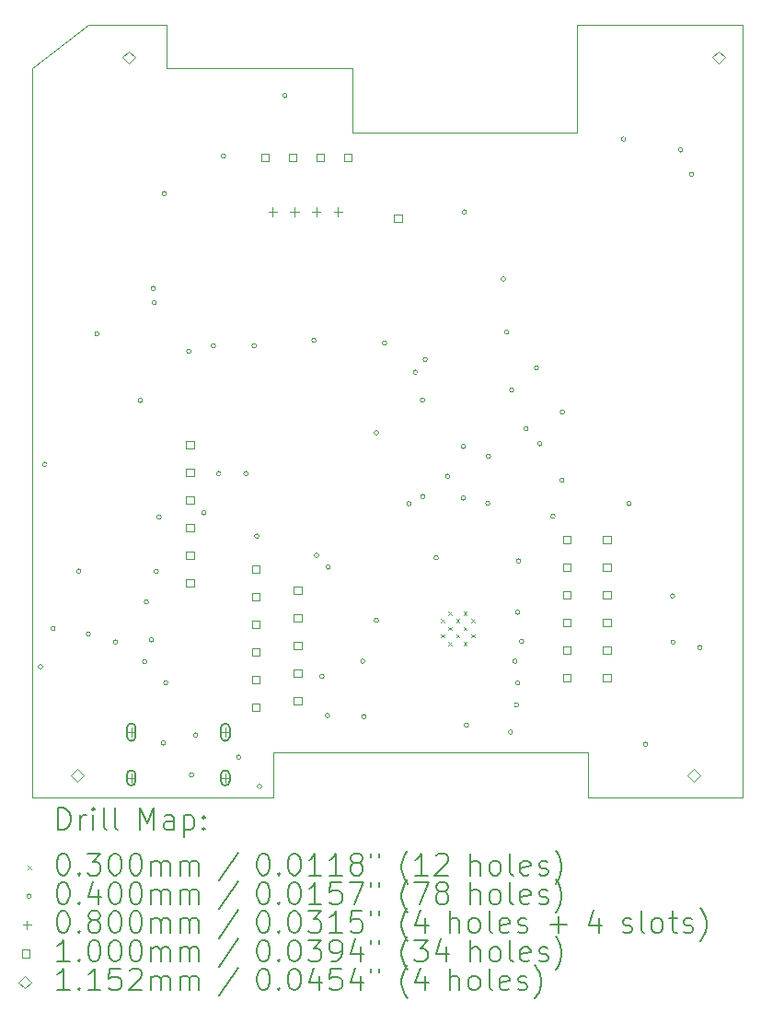
<source format=gbr>
%TF.GenerationSoftware,KiCad,Pcbnew,(7.0.0)*%
%TF.CreationDate,2023-03-08T22:05:55+01:00*%
%TF.ProjectId,S3-27-epaper-touch,53332d32-372d-4657-9061-7065722d746f,rev?*%
%TF.SameCoordinates,Original*%
%TF.FileFunction,Drillmap*%
%TF.FilePolarity,Positive*%
%FSLAX45Y45*%
G04 Gerber Fmt 4.5, Leading zero omitted, Abs format (unit mm)*
G04 Created by KiCad (PCBNEW (7.0.0)) date 2023-03-08 22:05:55*
%MOMM*%
%LPD*%
G01*
G04 APERTURE LIST*
%ADD10C,0.050000*%
%ADD11C,0.100000*%
%ADD12C,0.200000*%
%ADD13C,0.030000*%
%ADD14C,0.040000*%
%ADD15C,0.080000*%
%ADD16C,0.115200*%
G04 APERTURE END LIST*
D10*
X12700000Y-12603480D02*
X12700000Y-12192000D01*
D11*
X13431520Y-6487160D02*
X15500000Y-6487160D01*
D10*
X15600000Y-12600000D02*
X17020000Y-12600000D01*
X10480000Y-12600000D02*
X12700000Y-12603480D01*
D11*
X11720000Y-5500000D02*
X11000000Y-5500000D01*
X15500000Y-5499100D02*
X17020000Y-5500000D01*
X12555220Y-5900000D02*
X13431520Y-5900000D01*
X17020000Y-12600000D02*
X17020000Y-5500000D01*
X10480000Y-5900000D02*
X10480000Y-12600000D01*
X12555220Y-5900000D02*
X11720000Y-5900000D01*
X10480000Y-5900000D02*
X11000000Y-5500000D01*
X15500000Y-6487160D02*
X15500000Y-5499100D01*
D10*
X15600000Y-12192000D02*
X15600000Y-12600000D01*
D11*
X13431520Y-6487160D02*
X13431520Y-5900000D01*
X11720000Y-5500000D02*
X11720000Y-5900000D01*
D10*
X12700000Y-12192000D02*
X15600000Y-12192000D01*
D12*
D13*
X14242600Y-10964000D02*
X14272600Y-10994000D01*
X14272600Y-10964000D02*
X14242600Y-10994000D01*
X14242600Y-11104000D02*
X14272600Y-11134000D01*
X14272600Y-11104000D02*
X14242600Y-11134000D01*
X14312600Y-10894000D02*
X14342600Y-10924000D01*
X14342600Y-10894000D02*
X14312600Y-10924000D01*
X14312600Y-11034000D02*
X14342600Y-11064000D01*
X14342600Y-11034000D02*
X14312600Y-11064000D01*
X14312600Y-11174000D02*
X14342600Y-11204000D01*
X14342600Y-11174000D02*
X14312600Y-11204000D01*
X14382600Y-10964000D02*
X14412600Y-10994000D01*
X14412600Y-10964000D02*
X14382600Y-10994000D01*
X14382600Y-11104000D02*
X14412600Y-11134000D01*
X14412600Y-11104000D02*
X14382600Y-11134000D01*
X14452600Y-10894000D02*
X14482600Y-10924000D01*
X14482600Y-10894000D02*
X14452600Y-10924000D01*
X14452600Y-11034000D02*
X14482600Y-11064000D01*
X14482600Y-11034000D02*
X14452600Y-11064000D01*
X14452600Y-11174000D02*
X14482600Y-11204000D01*
X14482600Y-11174000D02*
X14452600Y-11204000D01*
X14522600Y-10964000D02*
X14552600Y-10994000D01*
X14552600Y-10964000D02*
X14522600Y-10994000D01*
X14522600Y-11104000D02*
X14552600Y-11134000D01*
X14552600Y-11104000D02*
X14522600Y-11134000D01*
D14*
X10580000Y-11400000D02*
G75*
G03*
X10580000Y-11400000I-20000J0D01*
G01*
X10620000Y-9540000D02*
G75*
G03*
X10620000Y-9540000I-20000J0D01*
G01*
X10695000Y-11050000D02*
G75*
G03*
X10695000Y-11050000I-20000J0D01*
G01*
X10932870Y-10522577D02*
G75*
G03*
X10932870Y-10522577I-20000J0D01*
G01*
X11020000Y-11100000D02*
G75*
G03*
X11020000Y-11100000I-20000J0D01*
G01*
X11100000Y-8340000D02*
G75*
G03*
X11100000Y-8340000I-20000J0D01*
G01*
X11270000Y-11175000D02*
G75*
G03*
X11270000Y-11175000I-20000J0D01*
G01*
X11498260Y-8950960D02*
G75*
G03*
X11498260Y-8950960I-20000J0D01*
G01*
X11537380Y-11353800D02*
G75*
G03*
X11537380Y-11353800I-20000J0D01*
G01*
X11554140Y-10805160D02*
G75*
G03*
X11554140Y-10805160I-20000J0D01*
G01*
X11599860Y-11153140D02*
G75*
G03*
X11599860Y-11153140I-20000J0D01*
G01*
X11617535Y-7922465D02*
G75*
G03*
X11617535Y-7922465I-20000J0D01*
G01*
X11625603Y-8053190D02*
G75*
G03*
X11625603Y-8053190I-20000J0D01*
G01*
X11645000Y-10525000D02*
G75*
G03*
X11645000Y-10525000I-20000J0D01*
G01*
X11670000Y-10025000D02*
G75*
G03*
X11670000Y-10025000I-20000J0D01*
G01*
X11710427Y-12100947D02*
G75*
G03*
X11710427Y-12100947I-20000J0D01*
G01*
X11720000Y-7050000D02*
G75*
G03*
X11720000Y-7050000I-20000J0D01*
G01*
X11731940Y-11546840D02*
G75*
G03*
X11731940Y-11546840I-20000J0D01*
G01*
X11945000Y-8500000D02*
G75*
G03*
X11945000Y-8500000I-20000J0D01*
G01*
X11970700Y-12395200D02*
G75*
G03*
X11970700Y-12395200I-20000J0D01*
G01*
X12007500Y-12030000D02*
G75*
G03*
X12007500Y-12030000I-20000J0D01*
G01*
X12082460Y-9984740D02*
G75*
G03*
X12082460Y-9984740I-20000J0D01*
G01*
X12170000Y-8450000D02*
G75*
G03*
X12170000Y-8450000I-20000J0D01*
G01*
X12220000Y-9625000D02*
G75*
G03*
X12220000Y-9625000I-20000J0D01*
G01*
X12262800Y-6705600D02*
G75*
G03*
X12262800Y-6705600I-20000J0D01*
G01*
X12402228Y-12232228D02*
G75*
G03*
X12402228Y-12232228I-20000J0D01*
G01*
X12470000Y-9625000D02*
G75*
G03*
X12470000Y-9625000I-20000J0D01*
G01*
X12545000Y-8450000D02*
G75*
G03*
X12545000Y-8450000I-20000J0D01*
G01*
X12570000Y-10200000D02*
G75*
G03*
X12570000Y-10200000I-20000J0D01*
G01*
X12595000Y-12500000D02*
G75*
G03*
X12595000Y-12500000I-20000J0D01*
G01*
X12829220Y-6150000D02*
G75*
G03*
X12829220Y-6150000I-20000J0D01*
G01*
X13095000Y-8400000D02*
G75*
G03*
X13095000Y-8400000I-20000J0D01*
G01*
X13120000Y-10377500D02*
G75*
G03*
X13120000Y-10377500I-20000J0D01*
G01*
X13170000Y-11489950D02*
G75*
G03*
X13170000Y-11489950I-20000J0D01*
G01*
X13220000Y-11850000D02*
G75*
G03*
X13220000Y-11850000I-20000J0D01*
G01*
X13226961Y-10484390D02*
G75*
G03*
X13226961Y-10484390I-20000J0D01*
G01*
X13545000Y-11350000D02*
G75*
G03*
X13545000Y-11350000I-20000J0D01*
G01*
X13554502Y-11859502D02*
G75*
G03*
X13554502Y-11859502I-20000J0D01*
G01*
X13670000Y-9250000D02*
G75*
G03*
X13670000Y-9250000I-20000J0D01*
G01*
X13670000Y-10975000D02*
G75*
G03*
X13670000Y-10975000I-20000J0D01*
G01*
X13745000Y-8425000D02*
G75*
G03*
X13745000Y-8425000I-20000J0D01*
G01*
X13970078Y-9902382D02*
G75*
G03*
X13970078Y-9902382I-20000J0D01*
G01*
X14027500Y-8692500D02*
G75*
G03*
X14027500Y-8692500I-20000J0D01*
G01*
X14095000Y-8950000D02*
G75*
G03*
X14095000Y-8950000I-20000J0D01*
G01*
X14097550Y-9837111D02*
G75*
G03*
X14097550Y-9837111I-20000J0D01*
G01*
X14120000Y-8575000D02*
G75*
G03*
X14120000Y-8575000I-20000J0D01*
G01*
X14220000Y-10400000D02*
G75*
G03*
X14220000Y-10400000I-20000J0D01*
G01*
X14324950Y-9650000D02*
G75*
G03*
X14324950Y-9650000I-20000J0D01*
G01*
X14470000Y-9375000D02*
G75*
G03*
X14470000Y-9375000I-20000J0D01*
G01*
X14470000Y-9850000D02*
G75*
G03*
X14470000Y-9850000I-20000J0D01*
G01*
X14480000Y-7220000D02*
G75*
G03*
X14480000Y-7220000I-20000J0D01*
G01*
X14498000Y-11938000D02*
G75*
G03*
X14498000Y-11938000I-20000J0D01*
G01*
X14695000Y-9900000D02*
G75*
G03*
X14695000Y-9900000I-20000J0D01*
G01*
X14701200Y-9466580D02*
G75*
G03*
X14701200Y-9466580I-20000J0D01*
G01*
X14838360Y-7835900D02*
G75*
G03*
X14838360Y-7835900I-20000J0D01*
G01*
X14870000Y-8325000D02*
G75*
G03*
X14870000Y-8325000I-20000J0D01*
G01*
X14904400Y-12001500D02*
G75*
G03*
X14904400Y-12001500I-20000J0D01*
G01*
X14914560Y-8856980D02*
G75*
G03*
X14914560Y-8856980I-20000J0D01*
G01*
X14945000Y-11350000D02*
G75*
G03*
X14945000Y-11350000I-20000J0D01*
G01*
X14960000Y-11752500D02*
G75*
G03*
X14960000Y-11752500I-20000J0D01*
G01*
X14970000Y-10900000D02*
G75*
G03*
X14970000Y-10900000I-20000J0D01*
G01*
X14970000Y-11550000D02*
G75*
G03*
X14970000Y-11550000I-20000J0D01*
G01*
X14977500Y-10427500D02*
G75*
G03*
X14977500Y-10427500I-20000J0D01*
G01*
X15006000Y-11166050D02*
G75*
G03*
X15006000Y-11166050I-20000J0D01*
G01*
X15046640Y-9212580D02*
G75*
G03*
X15046640Y-9212580I-20000J0D01*
G01*
X15143160Y-8653780D02*
G75*
G03*
X15143160Y-8653780I-20000J0D01*
G01*
X15175000Y-9350000D02*
G75*
G03*
X15175000Y-9350000I-20000J0D01*
G01*
X15295560Y-10017760D02*
G75*
G03*
X15295560Y-10017760I-20000J0D01*
G01*
X15376840Y-9685020D02*
G75*
G03*
X15376840Y-9685020I-20000J0D01*
G01*
X15381920Y-9060180D02*
G75*
G03*
X15381920Y-9060180I-20000J0D01*
G01*
X15945000Y-6550000D02*
G75*
G03*
X15945000Y-6550000I-20000J0D01*
G01*
X15995000Y-9900000D02*
G75*
G03*
X15995000Y-9900000I-20000J0D01*
G01*
X16146460Y-12113260D02*
G75*
G03*
X16146460Y-12113260I-20000J0D01*
G01*
X16395000Y-10750000D02*
G75*
G03*
X16395000Y-10750000I-20000J0D01*
G01*
X16400460Y-11176000D02*
G75*
G03*
X16400460Y-11176000I-20000J0D01*
G01*
X16470000Y-6650000D02*
G75*
G03*
X16470000Y-6650000I-20000J0D01*
G01*
X16570000Y-6875000D02*
G75*
G03*
X16570000Y-6875000I-20000J0D01*
G01*
X16645000Y-11225000D02*
G75*
G03*
X16645000Y-11225000I-20000J0D01*
G01*
D15*
X11395000Y-11963400D02*
X11395000Y-12043400D01*
X11355000Y-12003400D02*
X11435000Y-12003400D01*
D12*
X11355000Y-11963400D02*
X11355000Y-12043400D01*
X11355000Y-12043400D02*
G75*
G03*
X11435000Y-12043400I40000J0D01*
G01*
X11435000Y-12043400D02*
X11435000Y-11963400D01*
X11435000Y-11963400D02*
G75*
G03*
X11355000Y-11963400I-40000J0D01*
G01*
D15*
X11395000Y-12383400D02*
X11395000Y-12463400D01*
X11355000Y-12423400D02*
X11435000Y-12423400D01*
D12*
X11355000Y-12393400D02*
X11355000Y-12453400D01*
X11355000Y-12453400D02*
G75*
G03*
X11435000Y-12453400I40000J0D01*
G01*
X11435000Y-12453400D02*
X11435000Y-12393400D01*
X11435000Y-12393400D02*
G75*
G03*
X11355000Y-12393400I-40000J0D01*
G01*
D15*
X12260000Y-11963400D02*
X12260000Y-12043400D01*
X12220000Y-12003400D02*
X12300000Y-12003400D01*
D12*
X12220000Y-11963400D02*
X12220000Y-12043400D01*
X12220000Y-12043400D02*
G75*
G03*
X12300000Y-12043400I40000J0D01*
G01*
X12300000Y-12043400D02*
X12300000Y-11963400D01*
X12300000Y-11963400D02*
G75*
G03*
X12220000Y-11963400I-40000J0D01*
G01*
D15*
X12260000Y-12383400D02*
X12260000Y-12463400D01*
X12220000Y-12423400D02*
X12300000Y-12423400D01*
D12*
X12220000Y-12393400D02*
X12220000Y-12453400D01*
X12220000Y-12453400D02*
G75*
G03*
X12300000Y-12453400I40000J0D01*
G01*
X12300000Y-12453400D02*
X12300000Y-12393400D01*
X12300000Y-12393400D02*
G75*
G03*
X12220000Y-12393400I-40000J0D01*
G01*
D15*
X12697150Y-7180000D02*
X12697150Y-7260000D01*
X12657150Y-7220000D02*
X12737150Y-7220000D01*
X12897150Y-7180000D02*
X12897150Y-7260000D01*
X12857150Y-7220000D02*
X12937150Y-7220000D01*
X13097150Y-7180000D02*
X13097150Y-7260000D01*
X13057150Y-7220000D02*
X13137150Y-7220000D01*
X13297150Y-7180000D02*
X13297150Y-7260000D01*
X13257150Y-7220000D02*
X13337150Y-7220000D01*
D11*
X11970356Y-9395356D02*
X11970356Y-9324644D01*
X11899644Y-9324644D01*
X11899644Y-9395356D01*
X11970356Y-9395356D01*
X11970356Y-9649356D02*
X11970356Y-9578644D01*
X11899644Y-9578644D01*
X11899644Y-9649356D01*
X11970356Y-9649356D01*
X11970356Y-9903356D02*
X11970356Y-9832644D01*
X11899644Y-9832644D01*
X11899644Y-9903356D01*
X11970356Y-9903356D01*
X11970356Y-10157356D02*
X11970356Y-10086644D01*
X11899644Y-10086644D01*
X11899644Y-10157356D01*
X11970356Y-10157356D01*
X11970356Y-10411356D02*
X11970356Y-10340644D01*
X11899644Y-10340644D01*
X11899644Y-10411356D01*
X11970356Y-10411356D01*
X11970356Y-10665356D02*
X11970356Y-10594644D01*
X11899644Y-10594644D01*
X11899644Y-10665356D01*
X11970356Y-10665356D01*
X12577856Y-10537856D02*
X12577856Y-10467144D01*
X12507144Y-10467144D01*
X12507144Y-10537856D01*
X12577856Y-10537856D01*
X12577856Y-10791856D02*
X12577856Y-10721144D01*
X12507144Y-10721144D01*
X12507144Y-10791856D01*
X12577856Y-10791856D01*
X12577856Y-11045856D02*
X12577856Y-10975144D01*
X12507144Y-10975144D01*
X12507144Y-11045856D01*
X12577856Y-11045856D01*
X12577856Y-11299856D02*
X12577856Y-11229144D01*
X12507144Y-11229144D01*
X12507144Y-11299856D01*
X12577856Y-11299856D01*
X12577856Y-11553856D02*
X12577856Y-11483144D01*
X12507144Y-11483144D01*
X12507144Y-11553856D01*
X12577856Y-11553856D01*
X12577856Y-11807856D02*
X12577856Y-11737144D01*
X12507144Y-11737144D01*
X12507144Y-11807856D01*
X12577856Y-11807856D01*
X12661696Y-6753656D02*
X12661696Y-6682944D01*
X12590984Y-6682944D01*
X12590984Y-6753656D01*
X12661696Y-6753656D01*
X12915696Y-6753656D02*
X12915696Y-6682944D01*
X12844984Y-6682944D01*
X12844984Y-6753656D01*
X12915696Y-6753656D01*
X12960356Y-10731356D02*
X12960356Y-10660644D01*
X12889644Y-10660644D01*
X12889644Y-10731356D01*
X12960356Y-10731356D01*
X12960356Y-10985356D02*
X12960356Y-10914644D01*
X12889644Y-10914644D01*
X12889644Y-10985356D01*
X12960356Y-10985356D01*
X12960356Y-11239356D02*
X12960356Y-11168644D01*
X12889644Y-11168644D01*
X12889644Y-11239356D01*
X12960356Y-11239356D01*
X12960356Y-11493356D02*
X12960356Y-11422644D01*
X12889644Y-11422644D01*
X12889644Y-11493356D01*
X12960356Y-11493356D01*
X12960356Y-11747356D02*
X12960356Y-11676644D01*
X12889644Y-11676644D01*
X12889644Y-11747356D01*
X12960356Y-11747356D01*
X13169696Y-6753656D02*
X13169696Y-6682944D01*
X13098984Y-6682944D01*
X13098984Y-6753656D01*
X13169696Y-6753656D01*
X13423696Y-6753656D02*
X13423696Y-6682944D01*
X13352984Y-6682944D01*
X13352984Y-6753656D01*
X13423696Y-6753656D01*
X13885356Y-7310356D02*
X13885356Y-7239644D01*
X13814644Y-7239644D01*
X13814644Y-7310356D01*
X13885356Y-7310356D01*
X15440356Y-10270356D02*
X15440356Y-10199644D01*
X15369644Y-10199644D01*
X15369644Y-10270356D01*
X15440356Y-10270356D01*
X15440356Y-10524356D02*
X15440356Y-10453644D01*
X15369644Y-10453644D01*
X15369644Y-10524356D01*
X15440356Y-10524356D01*
X15440356Y-10778356D02*
X15440356Y-10707644D01*
X15369644Y-10707644D01*
X15369644Y-10778356D01*
X15440356Y-10778356D01*
X15440356Y-11032356D02*
X15440356Y-10961644D01*
X15369644Y-10961644D01*
X15369644Y-11032356D01*
X15440356Y-11032356D01*
X15440356Y-11286356D02*
X15440356Y-11215644D01*
X15369644Y-11215644D01*
X15369644Y-11286356D01*
X15440356Y-11286356D01*
X15440356Y-11540356D02*
X15440356Y-11469644D01*
X15369644Y-11469644D01*
X15369644Y-11540356D01*
X15440356Y-11540356D01*
X15805356Y-10270356D02*
X15805356Y-10199644D01*
X15734644Y-10199644D01*
X15734644Y-10270356D01*
X15805356Y-10270356D01*
X15805356Y-10524356D02*
X15805356Y-10453644D01*
X15734644Y-10453644D01*
X15734644Y-10524356D01*
X15805356Y-10524356D01*
X15805356Y-10778356D02*
X15805356Y-10707644D01*
X15734644Y-10707644D01*
X15734644Y-10778356D01*
X15805356Y-10778356D01*
X15805356Y-11032356D02*
X15805356Y-10961644D01*
X15734644Y-10961644D01*
X15734644Y-11032356D01*
X15805356Y-11032356D01*
X15805356Y-11286356D02*
X15805356Y-11215644D01*
X15734644Y-11215644D01*
X15734644Y-11286356D01*
X15805356Y-11286356D01*
X15805356Y-11540356D02*
X15805356Y-11469644D01*
X15734644Y-11469644D01*
X15734644Y-11540356D01*
X15805356Y-11540356D01*
D16*
X10900000Y-12457600D02*
X10957600Y-12400000D01*
X10900000Y-12342400D01*
X10842400Y-12400000D01*
X10900000Y-12457600D01*
X11375000Y-5857600D02*
X11432600Y-5800000D01*
X11375000Y-5742400D01*
X11317400Y-5800000D01*
X11375000Y-5857600D01*
X16570000Y-12457600D02*
X16627600Y-12400000D01*
X16570000Y-12342400D01*
X16512400Y-12400000D01*
X16570000Y-12457600D01*
X16800000Y-5857600D02*
X16857600Y-5800000D01*
X16800000Y-5742400D01*
X16742400Y-5800000D01*
X16800000Y-5857600D01*
D12*
X10722619Y-12899456D02*
X10722619Y-12699456D01*
X10722619Y-12699456D02*
X10770238Y-12699456D01*
X10770238Y-12699456D02*
X10798810Y-12708980D01*
X10798810Y-12708980D02*
X10817857Y-12728028D01*
X10817857Y-12728028D02*
X10827381Y-12747075D01*
X10827381Y-12747075D02*
X10836905Y-12785170D01*
X10836905Y-12785170D02*
X10836905Y-12813742D01*
X10836905Y-12813742D02*
X10827381Y-12851837D01*
X10827381Y-12851837D02*
X10817857Y-12870885D01*
X10817857Y-12870885D02*
X10798810Y-12889932D01*
X10798810Y-12889932D02*
X10770238Y-12899456D01*
X10770238Y-12899456D02*
X10722619Y-12899456D01*
X10922619Y-12899456D02*
X10922619Y-12766123D01*
X10922619Y-12804218D02*
X10932143Y-12785170D01*
X10932143Y-12785170D02*
X10941667Y-12775647D01*
X10941667Y-12775647D02*
X10960714Y-12766123D01*
X10960714Y-12766123D02*
X10979762Y-12766123D01*
X11046429Y-12899456D02*
X11046429Y-12766123D01*
X11046429Y-12699456D02*
X11036905Y-12708980D01*
X11036905Y-12708980D02*
X11046429Y-12718504D01*
X11046429Y-12718504D02*
X11055952Y-12708980D01*
X11055952Y-12708980D02*
X11046429Y-12699456D01*
X11046429Y-12699456D02*
X11046429Y-12718504D01*
X11170238Y-12899456D02*
X11151190Y-12889932D01*
X11151190Y-12889932D02*
X11141667Y-12870885D01*
X11141667Y-12870885D02*
X11141667Y-12699456D01*
X11275000Y-12899456D02*
X11255952Y-12889932D01*
X11255952Y-12889932D02*
X11246428Y-12870885D01*
X11246428Y-12870885D02*
X11246428Y-12699456D01*
X11471190Y-12899456D02*
X11471190Y-12699456D01*
X11471190Y-12699456D02*
X11537857Y-12842313D01*
X11537857Y-12842313D02*
X11604524Y-12699456D01*
X11604524Y-12699456D02*
X11604524Y-12899456D01*
X11785476Y-12899456D02*
X11785476Y-12794694D01*
X11785476Y-12794694D02*
X11775952Y-12775647D01*
X11775952Y-12775647D02*
X11756905Y-12766123D01*
X11756905Y-12766123D02*
X11718809Y-12766123D01*
X11718809Y-12766123D02*
X11699762Y-12775647D01*
X11785476Y-12889932D02*
X11766428Y-12899456D01*
X11766428Y-12899456D02*
X11718809Y-12899456D01*
X11718809Y-12899456D02*
X11699762Y-12889932D01*
X11699762Y-12889932D02*
X11690238Y-12870885D01*
X11690238Y-12870885D02*
X11690238Y-12851837D01*
X11690238Y-12851837D02*
X11699762Y-12832789D01*
X11699762Y-12832789D02*
X11718809Y-12823266D01*
X11718809Y-12823266D02*
X11766428Y-12823266D01*
X11766428Y-12823266D02*
X11785476Y-12813742D01*
X11880714Y-12766123D02*
X11880714Y-12966123D01*
X11880714Y-12775647D02*
X11899762Y-12766123D01*
X11899762Y-12766123D02*
X11937857Y-12766123D01*
X11937857Y-12766123D02*
X11956905Y-12775647D01*
X11956905Y-12775647D02*
X11966428Y-12785170D01*
X11966428Y-12785170D02*
X11975952Y-12804218D01*
X11975952Y-12804218D02*
X11975952Y-12861361D01*
X11975952Y-12861361D02*
X11966428Y-12880408D01*
X11966428Y-12880408D02*
X11956905Y-12889932D01*
X11956905Y-12889932D02*
X11937857Y-12899456D01*
X11937857Y-12899456D02*
X11899762Y-12899456D01*
X11899762Y-12899456D02*
X11880714Y-12889932D01*
X12061667Y-12880408D02*
X12071190Y-12889932D01*
X12071190Y-12889932D02*
X12061667Y-12899456D01*
X12061667Y-12899456D02*
X12052143Y-12889932D01*
X12052143Y-12889932D02*
X12061667Y-12880408D01*
X12061667Y-12880408D02*
X12061667Y-12899456D01*
X12061667Y-12775647D02*
X12071190Y-12785170D01*
X12071190Y-12785170D02*
X12061667Y-12794694D01*
X12061667Y-12794694D02*
X12052143Y-12785170D01*
X12052143Y-12785170D02*
X12061667Y-12775647D01*
X12061667Y-12775647D02*
X12061667Y-12794694D01*
D13*
X10445000Y-13230980D02*
X10475000Y-13260980D01*
X10475000Y-13230980D02*
X10445000Y-13260980D01*
D12*
X10760714Y-13119456D02*
X10779762Y-13119456D01*
X10779762Y-13119456D02*
X10798810Y-13128980D01*
X10798810Y-13128980D02*
X10808333Y-13138504D01*
X10808333Y-13138504D02*
X10817857Y-13157551D01*
X10817857Y-13157551D02*
X10827381Y-13195647D01*
X10827381Y-13195647D02*
X10827381Y-13243266D01*
X10827381Y-13243266D02*
X10817857Y-13281361D01*
X10817857Y-13281361D02*
X10808333Y-13300408D01*
X10808333Y-13300408D02*
X10798810Y-13309932D01*
X10798810Y-13309932D02*
X10779762Y-13319456D01*
X10779762Y-13319456D02*
X10760714Y-13319456D01*
X10760714Y-13319456D02*
X10741667Y-13309932D01*
X10741667Y-13309932D02*
X10732143Y-13300408D01*
X10732143Y-13300408D02*
X10722619Y-13281361D01*
X10722619Y-13281361D02*
X10713095Y-13243266D01*
X10713095Y-13243266D02*
X10713095Y-13195647D01*
X10713095Y-13195647D02*
X10722619Y-13157551D01*
X10722619Y-13157551D02*
X10732143Y-13138504D01*
X10732143Y-13138504D02*
X10741667Y-13128980D01*
X10741667Y-13128980D02*
X10760714Y-13119456D01*
X10913095Y-13300408D02*
X10922619Y-13309932D01*
X10922619Y-13309932D02*
X10913095Y-13319456D01*
X10913095Y-13319456D02*
X10903571Y-13309932D01*
X10903571Y-13309932D02*
X10913095Y-13300408D01*
X10913095Y-13300408D02*
X10913095Y-13319456D01*
X10989286Y-13119456D02*
X11113095Y-13119456D01*
X11113095Y-13119456D02*
X11046429Y-13195647D01*
X11046429Y-13195647D02*
X11075000Y-13195647D01*
X11075000Y-13195647D02*
X11094048Y-13205170D01*
X11094048Y-13205170D02*
X11103571Y-13214694D01*
X11103571Y-13214694D02*
X11113095Y-13233742D01*
X11113095Y-13233742D02*
X11113095Y-13281361D01*
X11113095Y-13281361D02*
X11103571Y-13300408D01*
X11103571Y-13300408D02*
X11094048Y-13309932D01*
X11094048Y-13309932D02*
X11075000Y-13319456D01*
X11075000Y-13319456D02*
X11017857Y-13319456D01*
X11017857Y-13319456D02*
X10998810Y-13309932D01*
X10998810Y-13309932D02*
X10989286Y-13300408D01*
X11236905Y-13119456D02*
X11255952Y-13119456D01*
X11255952Y-13119456D02*
X11275000Y-13128980D01*
X11275000Y-13128980D02*
X11284524Y-13138504D01*
X11284524Y-13138504D02*
X11294048Y-13157551D01*
X11294048Y-13157551D02*
X11303571Y-13195647D01*
X11303571Y-13195647D02*
X11303571Y-13243266D01*
X11303571Y-13243266D02*
X11294048Y-13281361D01*
X11294048Y-13281361D02*
X11284524Y-13300408D01*
X11284524Y-13300408D02*
X11275000Y-13309932D01*
X11275000Y-13309932D02*
X11255952Y-13319456D01*
X11255952Y-13319456D02*
X11236905Y-13319456D01*
X11236905Y-13319456D02*
X11217857Y-13309932D01*
X11217857Y-13309932D02*
X11208333Y-13300408D01*
X11208333Y-13300408D02*
X11198809Y-13281361D01*
X11198809Y-13281361D02*
X11189286Y-13243266D01*
X11189286Y-13243266D02*
X11189286Y-13195647D01*
X11189286Y-13195647D02*
X11198809Y-13157551D01*
X11198809Y-13157551D02*
X11208333Y-13138504D01*
X11208333Y-13138504D02*
X11217857Y-13128980D01*
X11217857Y-13128980D02*
X11236905Y-13119456D01*
X11427381Y-13119456D02*
X11446429Y-13119456D01*
X11446429Y-13119456D02*
X11465476Y-13128980D01*
X11465476Y-13128980D02*
X11475000Y-13138504D01*
X11475000Y-13138504D02*
X11484524Y-13157551D01*
X11484524Y-13157551D02*
X11494048Y-13195647D01*
X11494048Y-13195647D02*
X11494048Y-13243266D01*
X11494048Y-13243266D02*
X11484524Y-13281361D01*
X11484524Y-13281361D02*
X11475000Y-13300408D01*
X11475000Y-13300408D02*
X11465476Y-13309932D01*
X11465476Y-13309932D02*
X11446429Y-13319456D01*
X11446429Y-13319456D02*
X11427381Y-13319456D01*
X11427381Y-13319456D02*
X11408333Y-13309932D01*
X11408333Y-13309932D02*
X11398809Y-13300408D01*
X11398809Y-13300408D02*
X11389286Y-13281361D01*
X11389286Y-13281361D02*
X11379762Y-13243266D01*
X11379762Y-13243266D02*
X11379762Y-13195647D01*
X11379762Y-13195647D02*
X11389286Y-13157551D01*
X11389286Y-13157551D02*
X11398809Y-13138504D01*
X11398809Y-13138504D02*
X11408333Y-13128980D01*
X11408333Y-13128980D02*
X11427381Y-13119456D01*
X11579762Y-13319456D02*
X11579762Y-13186123D01*
X11579762Y-13205170D02*
X11589286Y-13195647D01*
X11589286Y-13195647D02*
X11608333Y-13186123D01*
X11608333Y-13186123D02*
X11636905Y-13186123D01*
X11636905Y-13186123D02*
X11655952Y-13195647D01*
X11655952Y-13195647D02*
X11665476Y-13214694D01*
X11665476Y-13214694D02*
X11665476Y-13319456D01*
X11665476Y-13214694D02*
X11675000Y-13195647D01*
X11675000Y-13195647D02*
X11694048Y-13186123D01*
X11694048Y-13186123D02*
X11722619Y-13186123D01*
X11722619Y-13186123D02*
X11741667Y-13195647D01*
X11741667Y-13195647D02*
X11751190Y-13214694D01*
X11751190Y-13214694D02*
X11751190Y-13319456D01*
X11846429Y-13319456D02*
X11846429Y-13186123D01*
X11846429Y-13205170D02*
X11855952Y-13195647D01*
X11855952Y-13195647D02*
X11875000Y-13186123D01*
X11875000Y-13186123D02*
X11903571Y-13186123D01*
X11903571Y-13186123D02*
X11922619Y-13195647D01*
X11922619Y-13195647D02*
X11932143Y-13214694D01*
X11932143Y-13214694D02*
X11932143Y-13319456D01*
X11932143Y-13214694D02*
X11941667Y-13195647D01*
X11941667Y-13195647D02*
X11960714Y-13186123D01*
X11960714Y-13186123D02*
X11989286Y-13186123D01*
X11989286Y-13186123D02*
X12008333Y-13195647D01*
X12008333Y-13195647D02*
X12017857Y-13214694D01*
X12017857Y-13214694D02*
X12017857Y-13319456D01*
X12375952Y-13109932D02*
X12204524Y-13367075D01*
X12600714Y-13119456D02*
X12619762Y-13119456D01*
X12619762Y-13119456D02*
X12638810Y-13128980D01*
X12638810Y-13128980D02*
X12648333Y-13138504D01*
X12648333Y-13138504D02*
X12657857Y-13157551D01*
X12657857Y-13157551D02*
X12667381Y-13195647D01*
X12667381Y-13195647D02*
X12667381Y-13243266D01*
X12667381Y-13243266D02*
X12657857Y-13281361D01*
X12657857Y-13281361D02*
X12648333Y-13300408D01*
X12648333Y-13300408D02*
X12638810Y-13309932D01*
X12638810Y-13309932D02*
X12619762Y-13319456D01*
X12619762Y-13319456D02*
X12600714Y-13319456D01*
X12600714Y-13319456D02*
X12581667Y-13309932D01*
X12581667Y-13309932D02*
X12572143Y-13300408D01*
X12572143Y-13300408D02*
X12562619Y-13281361D01*
X12562619Y-13281361D02*
X12553095Y-13243266D01*
X12553095Y-13243266D02*
X12553095Y-13195647D01*
X12553095Y-13195647D02*
X12562619Y-13157551D01*
X12562619Y-13157551D02*
X12572143Y-13138504D01*
X12572143Y-13138504D02*
X12581667Y-13128980D01*
X12581667Y-13128980D02*
X12600714Y-13119456D01*
X12753095Y-13300408D02*
X12762619Y-13309932D01*
X12762619Y-13309932D02*
X12753095Y-13319456D01*
X12753095Y-13319456D02*
X12743571Y-13309932D01*
X12743571Y-13309932D02*
X12753095Y-13300408D01*
X12753095Y-13300408D02*
X12753095Y-13319456D01*
X12886429Y-13119456D02*
X12905476Y-13119456D01*
X12905476Y-13119456D02*
X12924524Y-13128980D01*
X12924524Y-13128980D02*
X12934048Y-13138504D01*
X12934048Y-13138504D02*
X12943571Y-13157551D01*
X12943571Y-13157551D02*
X12953095Y-13195647D01*
X12953095Y-13195647D02*
X12953095Y-13243266D01*
X12953095Y-13243266D02*
X12943571Y-13281361D01*
X12943571Y-13281361D02*
X12934048Y-13300408D01*
X12934048Y-13300408D02*
X12924524Y-13309932D01*
X12924524Y-13309932D02*
X12905476Y-13319456D01*
X12905476Y-13319456D02*
X12886429Y-13319456D01*
X12886429Y-13319456D02*
X12867381Y-13309932D01*
X12867381Y-13309932D02*
X12857857Y-13300408D01*
X12857857Y-13300408D02*
X12848333Y-13281361D01*
X12848333Y-13281361D02*
X12838810Y-13243266D01*
X12838810Y-13243266D02*
X12838810Y-13195647D01*
X12838810Y-13195647D02*
X12848333Y-13157551D01*
X12848333Y-13157551D02*
X12857857Y-13138504D01*
X12857857Y-13138504D02*
X12867381Y-13128980D01*
X12867381Y-13128980D02*
X12886429Y-13119456D01*
X13143571Y-13319456D02*
X13029286Y-13319456D01*
X13086429Y-13319456D02*
X13086429Y-13119456D01*
X13086429Y-13119456D02*
X13067381Y-13148028D01*
X13067381Y-13148028D02*
X13048333Y-13167075D01*
X13048333Y-13167075D02*
X13029286Y-13176599D01*
X13334048Y-13319456D02*
X13219762Y-13319456D01*
X13276905Y-13319456D02*
X13276905Y-13119456D01*
X13276905Y-13119456D02*
X13257857Y-13148028D01*
X13257857Y-13148028D02*
X13238810Y-13167075D01*
X13238810Y-13167075D02*
X13219762Y-13176599D01*
X13448333Y-13205170D02*
X13429286Y-13195647D01*
X13429286Y-13195647D02*
X13419762Y-13186123D01*
X13419762Y-13186123D02*
X13410238Y-13167075D01*
X13410238Y-13167075D02*
X13410238Y-13157551D01*
X13410238Y-13157551D02*
X13419762Y-13138504D01*
X13419762Y-13138504D02*
X13429286Y-13128980D01*
X13429286Y-13128980D02*
X13448333Y-13119456D01*
X13448333Y-13119456D02*
X13486429Y-13119456D01*
X13486429Y-13119456D02*
X13505476Y-13128980D01*
X13505476Y-13128980D02*
X13515000Y-13138504D01*
X13515000Y-13138504D02*
X13524524Y-13157551D01*
X13524524Y-13157551D02*
X13524524Y-13167075D01*
X13524524Y-13167075D02*
X13515000Y-13186123D01*
X13515000Y-13186123D02*
X13505476Y-13195647D01*
X13505476Y-13195647D02*
X13486429Y-13205170D01*
X13486429Y-13205170D02*
X13448333Y-13205170D01*
X13448333Y-13205170D02*
X13429286Y-13214694D01*
X13429286Y-13214694D02*
X13419762Y-13224218D01*
X13419762Y-13224218D02*
X13410238Y-13243266D01*
X13410238Y-13243266D02*
X13410238Y-13281361D01*
X13410238Y-13281361D02*
X13419762Y-13300408D01*
X13419762Y-13300408D02*
X13429286Y-13309932D01*
X13429286Y-13309932D02*
X13448333Y-13319456D01*
X13448333Y-13319456D02*
X13486429Y-13319456D01*
X13486429Y-13319456D02*
X13505476Y-13309932D01*
X13505476Y-13309932D02*
X13515000Y-13300408D01*
X13515000Y-13300408D02*
X13524524Y-13281361D01*
X13524524Y-13281361D02*
X13524524Y-13243266D01*
X13524524Y-13243266D02*
X13515000Y-13224218D01*
X13515000Y-13224218D02*
X13505476Y-13214694D01*
X13505476Y-13214694D02*
X13486429Y-13205170D01*
X13600714Y-13119456D02*
X13600714Y-13157551D01*
X13676905Y-13119456D02*
X13676905Y-13157551D01*
X13939762Y-13395647D02*
X13930238Y-13386123D01*
X13930238Y-13386123D02*
X13911191Y-13357551D01*
X13911191Y-13357551D02*
X13901667Y-13338504D01*
X13901667Y-13338504D02*
X13892143Y-13309932D01*
X13892143Y-13309932D02*
X13882619Y-13262313D01*
X13882619Y-13262313D02*
X13882619Y-13224218D01*
X13882619Y-13224218D02*
X13892143Y-13176599D01*
X13892143Y-13176599D02*
X13901667Y-13148028D01*
X13901667Y-13148028D02*
X13911191Y-13128980D01*
X13911191Y-13128980D02*
X13930238Y-13100408D01*
X13930238Y-13100408D02*
X13939762Y-13090885D01*
X14120714Y-13319456D02*
X14006429Y-13319456D01*
X14063571Y-13319456D02*
X14063571Y-13119456D01*
X14063571Y-13119456D02*
X14044524Y-13148028D01*
X14044524Y-13148028D02*
X14025476Y-13167075D01*
X14025476Y-13167075D02*
X14006429Y-13176599D01*
X14196905Y-13138504D02*
X14206429Y-13128980D01*
X14206429Y-13128980D02*
X14225476Y-13119456D01*
X14225476Y-13119456D02*
X14273095Y-13119456D01*
X14273095Y-13119456D02*
X14292143Y-13128980D01*
X14292143Y-13128980D02*
X14301667Y-13138504D01*
X14301667Y-13138504D02*
X14311191Y-13157551D01*
X14311191Y-13157551D02*
X14311191Y-13176599D01*
X14311191Y-13176599D02*
X14301667Y-13205170D01*
X14301667Y-13205170D02*
X14187381Y-13319456D01*
X14187381Y-13319456D02*
X14311191Y-13319456D01*
X14516905Y-13319456D02*
X14516905Y-13119456D01*
X14602619Y-13319456D02*
X14602619Y-13214694D01*
X14602619Y-13214694D02*
X14593095Y-13195647D01*
X14593095Y-13195647D02*
X14574048Y-13186123D01*
X14574048Y-13186123D02*
X14545476Y-13186123D01*
X14545476Y-13186123D02*
X14526429Y-13195647D01*
X14526429Y-13195647D02*
X14516905Y-13205170D01*
X14726429Y-13319456D02*
X14707381Y-13309932D01*
X14707381Y-13309932D02*
X14697857Y-13300408D01*
X14697857Y-13300408D02*
X14688333Y-13281361D01*
X14688333Y-13281361D02*
X14688333Y-13224218D01*
X14688333Y-13224218D02*
X14697857Y-13205170D01*
X14697857Y-13205170D02*
X14707381Y-13195647D01*
X14707381Y-13195647D02*
X14726429Y-13186123D01*
X14726429Y-13186123D02*
X14755000Y-13186123D01*
X14755000Y-13186123D02*
X14774048Y-13195647D01*
X14774048Y-13195647D02*
X14783572Y-13205170D01*
X14783572Y-13205170D02*
X14793095Y-13224218D01*
X14793095Y-13224218D02*
X14793095Y-13281361D01*
X14793095Y-13281361D02*
X14783572Y-13300408D01*
X14783572Y-13300408D02*
X14774048Y-13309932D01*
X14774048Y-13309932D02*
X14755000Y-13319456D01*
X14755000Y-13319456D02*
X14726429Y-13319456D01*
X14907381Y-13319456D02*
X14888333Y-13309932D01*
X14888333Y-13309932D02*
X14878810Y-13290885D01*
X14878810Y-13290885D02*
X14878810Y-13119456D01*
X15059762Y-13309932D02*
X15040714Y-13319456D01*
X15040714Y-13319456D02*
X15002619Y-13319456D01*
X15002619Y-13319456D02*
X14983572Y-13309932D01*
X14983572Y-13309932D02*
X14974048Y-13290885D01*
X14974048Y-13290885D02*
X14974048Y-13214694D01*
X14974048Y-13214694D02*
X14983572Y-13195647D01*
X14983572Y-13195647D02*
X15002619Y-13186123D01*
X15002619Y-13186123D02*
X15040714Y-13186123D01*
X15040714Y-13186123D02*
X15059762Y-13195647D01*
X15059762Y-13195647D02*
X15069286Y-13214694D01*
X15069286Y-13214694D02*
X15069286Y-13233742D01*
X15069286Y-13233742D02*
X14974048Y-13252789D01*
X15145476Y-13309932D02*
X15164524Y-13319456D01*
X15164524Y-13319456D02*
X15202619Y-13319456D01*
X15202619Y-13319456D02*
X15221667Y-13309932D01*
X15221667Y-13309932D02*
X15231191Y-13290885D01*
X15231191Y-13290885D02*
X15231191Y-13281361D01*
X15231191Y-13281361D02*
X15221667Y-13262313D01*
X15221667Y-13262313D02*
X15202619Y-13252789D01*
X15202619Y-13252789D02*
X15174048Y-13252789D01*
X15174048Y-13252789D02*
X15155000Y-13243266D01*
X15155000Y-13243266D02*
X15145476Y-13224218D01*
X15145476Y-13224218D02*
X15145476Y-13214694D01*
X15145476Y-13214694D02*
X15155000Y-13195647D01*
X15155000Y-13195647D02*
X15174048Y-13186123D01*
X15174048Y-13186123D02*
X15202619Y-13186123D01*
X15202619Y-13186123D02*
X15221667Y-13195647D01*
X15297857Y-13395647D02*
X15307381Y-13386123D01*
X15307381Y-13386123D02*
X15326429Y-13357551D01*
X15326429Y-13357551D02*
X15335953Y-13338504D01*
X15335953Y-13338504D02*
X15345476Y-13309932D01*
X15345476Y-13309932D02*
X15355000Y-13262313D01*
X15355000Y-13262313D02*
X15355000Y-13224218D01*
X15355000Y-13224218D02*
X15345476Y-13176599D01*
X15345476Y-13176599D02*
X15335953Y-13148028D01*
X15335953Y-13148028D02*
X15326429Y-13128980D01*
X15326429Y-13128980D02*
X15307381Y-13100408D01*
X15307381Y-13100408D02*
X15297857Y-13090885D01*
D14*
X10475000Y-13509980D02*
G75*
G03*
X10475000Y-13509980I-20000J0D01*
G01*
D12*
X10760714Y-13383456D02*
X10779762Y-13383456D01*
X10779762Y-13383456D02*
X10798810Y-13392980D01*
X10798810Y-13392980D02*
X10808333Y-13402504D01*
X10808333Y-13402504D02*
X10817857Y-13421551D01*
X10817857Y-13421551D02*
X10827381Y-13459647D01*
X10827381Y-13459647D02*
X10827381Y-13507266D01*
X10827381Y-13507266D02*
X10817857Y-13545361D01*
X10817857Y-13545361D02*
X10808333Y-13564408D01*
X10808333Y-13564408D02*
X10798810Y-13573932D01*
X10798810Y-13573932D02*
X10779762Y-13583456D01*
X10779762Y-13583456D02*
X10760714Y-13583456D01*
X10760714Y-13583456D02*
X10741667Y-13573932D01*
X10741667Y-13573932D02*
X10732143Y-13564408D01*
X10732143Y-13564408D02*
X10722619Y-13545361D01*
X10722619Y-13545361D02*
X10713095Y-13507266D01*
X10713095Y-13507266D02*
X10713095Y-13459647D01*
X10713095Y-13459647D02*
X10722619Y-13421551D01*
X10722619Y-13421551D02*
X10732143Y-13402504D01*
X10732143Y-13402504D02*
X10741667Y-13392980D01*
X10741667Y-13392980D02*
X10760714Y-13383456D01*
X10913095Y-13564408D02*
X10922619Y-13573932D01*
X10922619Y-13573932D02*
X10913095Y-13583456D01*
X10913095Y-13583456D02*
X10903571Y-13573932D01*
X10903571Y-13573932D02*
X10913095Y-13564408D01*
X10913095Y-13564408D02*
X10913095Y-13583456D01*
X11094048Y-13450123D02*
X11094048Y-13583456D01*
X11046429Y-13373932D02*
X10998810Y-13516789D01*
X10998810Y-13516789D02*
X11122619Y-13516789D01*
X11236905Y-13383456D02*
X11255952Y-13383456D01*
X11255952Y-13383456D02*
X11275000Y-13392980D01*
X11275000Y-13392980D02*
X11284524Y-13402504D01*
X11284524Y-13402504D02*
X11294048Y-13421551D01*
X11294048Y-13421551D02*
X11303571Y-13459647D01*
X11303571Y-13459647D02*
X11303571Y-13507266D01*
X11303571Y-13507266D02*
X11294048Y-13545361D01*
X11294048Y-13545361D02*
X11284524Y-13564408D01*
X11284524Y-13564408D02*
X11275000Y-13573932D01*
X11275000Y-13573932D02*
X11255952Y-13583456D01*
X11255952Y-13583456D02*
X11236905Y-13583456D01*
X11236905Y-13583456D02*
X11217857Y-13573932D01*
X11217857Y-13573932D02*
X11208333Y-13564408D01*
X11208333Y-13564408D02*
X11198809Y-13545361D01*
X11198809Y-13545361D02*
X11189286Y-13507266D01*
X11189286Y-13507266D02*
X11189286Y-13459647D01*
X11189286Y-13459647D02*
X11198809Y-13421551D01*
X11198809Y-13421551D02*
X11208333Y-13402504D01*
X11208333Y-13402504D02*
X11217857Y-13392980D01*
X11217857Y-13392980D02*
X11236905Y-13383456D01*
X11427381Y-13383456D02*
X11446429Y-13383456D01*
X11446429Y-13383456D02*
X11465476Y-13392980D01*
X11465476Y-13392980D02*
X11475000Y-13402504D01*
X11475000Y-13402504D02*
X11484524Y-13421551D01*
X11484524Y-13421551D02*
X11494048Y-13459647D01*
X11494048Y-13459647D02*
X11494048Y-13507266D01*
X11494048Y-13507266D02*
X11484524Y-13545361D01*
X11484524Y-13545361D02*
X11475000Y-13564408D01*
X11475000Y-13564408D02*
X11465476Y-13573932D01*
X11465476Y-13573932D02*
X11446429Y-13583456D01*
X11446429Y-13583456D02*
X11427381Y-13583456D01*
X11427381Y-13583456D02*
X11408333Y-13573932D01*
X11408333Y-13573932D02*
X11398809Y-13564408D01*
X11398809Y-13564408D02*
X11389286Y-13545361D01*
X11389286Y-13545361D02*
X11379762Y-13507266D01*
X11379762Y-13507266D02*
X11379762Y-13459647D01*
X11379762Y-13459647D02*
X11389286Y-13421551D01*
X11389286Y-13421551D02*
X11398809Y-13402504D01*
X11398809Y-13402504D02*
X11408333Y-13392980D01*
X11408333Y-13392980D02*
X11427381Y-13383456D01*
X11579762Y-13583456D02*
X11579762Y-13450123D01*
X11579762Y-13469170D02*
X11589286Y-13459647D01*
X11589286Y-13459647D02*
X11608333Y-13450123D01*
X11608333Y-13450123D02*
X11636905Y-13450123D01*
X11636905Y-13450123D02*
X11655952Y-13459647D01*
X11655952Y-13459647D02*
X11665476Y-13478694D01*
X11665476Y-13478694D02*
X11665476Y-13583456D01*
X11665476Y-13478694D02*
X11675000Y-13459647D01*
X11675000Y-13459647D02*
X11694048Y-13450123D01*
X11694048Y-13450123D02*
X11722619Y-13450123D01*
X11722619Y-13450123D02*
X11741667Y-13459647D01*
X11741667Y-13459647D02*
X11751190Y-13478694D01*
X11751190Y-13478694D02*
X11751190Y-13583456D01*
X11846429Y-13583456D02*
X11846429Y-13450123D01*
X11846429Y-13469170D02*
X11855952Y-13459647D01*
X11855952Y-13459647D02*
X11875000Y-13450123D01*
X11875000Y-13450123D02*
X11903571Y-13450123D01*
X11903571Y-13450123D02*
X11922619Y-13459647D01*
X11922619Y-13459647D02*
X11932143Y-13478694D01*
X11932143Y-13478694D02*
X11932143Y-13583456D01*
X11932143Y-13478694D02*
X11941667Y-13459647D01*
X11941667Y-13459647D02*
X11960714Y-13450123D01*
X11960714Y-13450123D02*
X11989286Y-13450123D01*
X11989286Y-13450123D02*
X12008333Y-13459647D01*
X12008333Y-13459647D02*
X12017857Y-13478694D01*
X12017857Y-13478694D02*
X12017857Y-13583456D01*
X12375952Y-13373932D02*
X12204524Y-13631075D01*
X12600714Y-13383456D02*
X12619762Y-13383456D01*
X12619762Y-13383456D02*
X12638810Y-13392980D01*
X12638810Y-13392980D02*
X12648333Y-13402504D01*
X12648333Y-13402504D02*
X12657857Y-13421551D01*
X12657857Y-13421551D02*
X12667381Y-13459647D01*
X12667381Y-13459647D02*
X12667381Y-13507266D01*
X12667381Y-13507266D02*
X12657857Y-13545361D01*
X12657857Y-13545361D02*
X12648333Y-13564408D01*
X12648333Y-13564408D02*
X12638810Y-13573932D01*
X12638810Y-13573932D02*
X12619762Y-13583456D01*
X12619762Y-13583456D02*
X12600714Y-13583456D01*
X12600714Y-13583456D02*
X12581667Y-13573932D01*
X12581667Y-13573932D02*
X12572143Y-13564408D01*
X12572143Y-13564408D02*
X12562619Y-13545361D01*
X12562619Y-13545361D02*
X12553095Y-13507266D01*
X12553095Y-13507266D02*
X12553095Y-13459647D01*
X12553095Y-13459647D02*
X12562619Y-13421551D01*
X12562619Y-13421551D02*
X12572143Y-13402504D01*
X12572143Y-13402504D02*
X12581667Y-13392980D01*
X12581667Y-13392980D02*
X12600714Y-13383456D01*
X12753095Y-13564408D02*
X12762619Y-13573932D01*
X12762619Y-13573932D02*
X12753095Y-13583456D01*
X12753095Y-13583456D02*
X12743571Y-13573932D01*
X12743571Y-13573932D02*
X12753095Y-13564408D01*
X12753095Y-13564408D02*
X12753095Y-13583456D01*
X12886429Y-13383456D02*
X12905476Y-13383456D01*
X12905476Y-13383456D02*
X12924524Y-13392980D01*
X12924524Y-13392980D02*
X12934048Y-13402504D01*
X12934048Y-13402504D02*
X12943571Y-13421551D01*
X12943571Y-13421551D02*
X12953095Y-13459647D01*
X12953095Y-13459647D02*
X12953095Y-13507266D01*
X12953095Y-13507266D02*
X12943571Y-13545361D01*
X12943571Y-13545361D02*
X12934048Y-13564408D01*
X12934048Y-13564408D02*
X12924524Y-13573932D01*
X12924524Y-13573932D02*
X12905476Y-13583456D01*
X12905476Y-13583456D02*
X12886429Y-13583456D01*
X12886429Y-13583456D02*
X12867381Y-13573932D01*
X12867381Y-13573932D02*
X12857857Y-13564408D01*
X12857857Y-13564408D02*
X12848333Y-13545361D01*
X12848333Y-13545361D02*
X12838810Y-13507266D01*
X12838810Y-13507266D02*
X12838810Y-13459647D01*
X12838810Y-13459647D02*
X12848333Y-13421551D01*
X12848333Y-13421551D02*
X12857857Y-13402504D01*
X12857857Y-13402504D02*
X12867381Y-13392980D01*
X12867381Y-13392980D02*
X12886429Y-13383456D01*
X13143571Y-13583456D02*
X13029286Y-13583456D01*
X13086429Y-13583456D02*
X13086429Y-13383456D01*
X13086429Y-13383456D02*
X13067381Y-13412028D01*
X13067381Y-13412028D02*
X13048333Y-13431075D01*
X13048333Y-13431075D02*
X13029286Y-13440599D01*
X13324524Y-13383456D02*
X13229286Y-13383456D01*
X13229286Y-13383456D02*
X13219762Y-13478694D01*
X13219762Y-13478694D02*
X13229286Y-13469170D01*
X13229286Y-13469170D02*
X13248333Y-13459647D01*
X13248333Y-13459647D02*
X13295952Y-13459647D01*
X13295952Y-13459647D02*
X13315000Y-13469170D01*
X13315000Y-13469170D02*
X13324524Y-13478694D01*
X13324524Y-13478694D02*
X13334048Y-13497742D01*
X13334048Y-13497742D02*
X13334048Y-13545361D01*
X13334048Y-13545361D02*
X13324524Y-13564408D01*
X13324524Y-13564408D02*
X13315000Y-13573932D01*
X13315000Y-13573932D02*
X13295952Y-13583456D01*
X13295952Y-13583456D02*
X13248333Y-13583456D01*
X13248333Y-13583456D02*
X13229286Y-13573932D01*
X13229286Y-13573932D02*
X13219762Y-13564408D01*
X13400714Y-13383456D02*
X13534048Y-13383456D01*
X13534048Y-13383456D02*
X13448333Y-13583456D01*
X13600714Y-13383456D02*
X13600714Y-13421551D01*
X13676905Y-13383456D02*
X13676905Y-13421551D01*
X13939762Y-13659647D02*
X13930238Y-13650123D01*
X13930238Y-13650123D02*
X13911191Y-13621551D01*
X13911191Y-13621551D02*
X13901667Y-13602504D01*
X13901667Y-13602504D02*
X13892143Y-13573932D01*
X13892143Y-13573932D02*
X13882619Y-13526313D01*
X13882619Y-13526313D02*
X13882619Y-13488218D01*
X13882619Y-13488218D02*
X13892143Y-13440599D01*
X13892143Y-13440599D02*
X13901667Y-13412028D01*
X13901667Y-13412028D02*
X13911191Y-13392980D01*
X13911191Y-13392980D02*
X13930238Y-13364408D01*
X13930238Y-13364408D02*
X13939762Y-13354885D01*
X13996905Y-13383456D02*
X14130238Y-13383456D01*
X14130238Y-13383456D02*
X14044524Y-13583456D01*
X14235000Y-13469170D02*
X14215952Y-13459647D01*
X14215952Y-13459647D02*
X14206429Y-13450123D01*
X14206429Y-13450123D02*
X14196905Y-13431075D01*
X14196905Y-13431075D02*
X14196905Y-13421551D01*
X14196905Y-13421551D02*
X14206429Y-13402504D01*
X14206429Y-13402504D02*
X14215952Y-13392980D01*
X14215952Y-13392980D02*
X14235000Y-13383456D01*
X14235000Y-13383456D02*
X14273095Y-13383456D01*
X14273095Y-13383456D02*
X14292143Y-13392980D01*
X14292143Y-13392980D02*
X14301667Y-13402504D01*
X14301667Y-13402504D02*
X14311191Y-13421551D01*
X14311191Y-13421551D02*
X14311191Y-13431075D01*
X14311191Y-13431075D02*
X14301667Y-13450123D01*
X14301667Y-13450123D02*
X14292143Y-13459647D01*
X14292143Y-13459647D02*
X14273095Y-13469170D01*
X14273095Y-13469170D02*
X14235000Y-13469170D01*
X14235000Y-13469170D02*
X14215952Y-13478694D01*
X14215952Y-13478694D02*
X14206429Y-13488218D01*
X14206429Y-13488218D02*
X14196905Y-13507266D01*
X14196905Y-13507266D02*
X14196905Y-13545361D01*
X14196905Y-13545361D02*
X14206429Y-13564408D01*
X14206429Y-13564408D02*
X14215952Y-13573932D01*
X14215952Y-13573932D02*
X14235000Y-13583456D01*
X14235000Y-13583456D02*
X14273095Y-13583456D01*
X14273095Y-13583456D02*
X14292143Y-13573932D01*
X14292143Y-13573932D02*
X14301667Y-13564408D01*
X14301667Y-13564408D02*
X14311191Y-13545361D01*
X14311191Y-13545361D02*
X14311191Y-13507266D01*
X14311191Y-13507266D02*
X14301667Y-13488218D01*
X14301667Y-13488218D02*
X14292143Y-13478694D01*
X14292143Y-13478694D02*
X14273095Y-13469170D01*
X14516905Y-13583456D02*
X14516905Y-13383456D01*
X14602619Y-13583456D02*
X14602619Y-13478694D01*
X14602619Y-13478694D02*
X14593095Y-13459647D01*
X14593095Y-13459647D02*
X14574048Y-13450123D01*
X14574048Y-13450123D02*
X14545476Y-13450123D01*
X14545476Y-13450123D02*
X14526429Y-13459647D01*
X14526429Y-13459647D02*
X14516905Y-13469170D01*
X14726429Y-13583456D02*
X14707381Y-13573932D01*
X14707381Y-13573932D02*
X14697857Y-13564408D01*
X14697857Y-13564408D02*
X14688333Y-13545361D01*
X14688333Y-13545361D02*
X14688333Y-13488218D01*
X14688333Y-13488218D02*
X14697857Y-13469170D01*
X14697857Y-13469170D02*
X14707381Y-13459647D01*
X14707381Y-13459647D02*
X14726429Y-13450123D01*
X14726429Y-13450123D02*
X14755000Y-13450123D01*
X14755000Y-13450123D02*
X14774048Y-13459647D01*
X14774048Y-13459647D02*
X14783572Y-13469170D01*
X14783572Y-13469170D02*
X14793095Y-13488218D01*
X14793095Y-13488218D02*
X14793095Y-13545361D01*
X14793095Y-13545361D02*
X14783572Y-13564408D01*
X14783572Y-13564408D02*
X14774048Y-13573932D01*
X14774048Y-13573932D02*
X14755000Y-13583456D01*
X14755000Y-13583456D02*
X14726429Y-13583456D01*
X14907381Y-13583456D02*
X14888333Y-13573932D01*
X14888333Y-13573932D02*
X14878810Y-13554885D01*
X14878810Y-13554885D02*
X14878810Y-13383456D01*
X15059762Y-13573932D02*
X15040714Y-13583456D01*
X15040714Y-13583456D02*
X15002619Y-13583456D01*
X15002619Y-13583456D02*
X14983572Y-13573932D01*
X14983572Y-13573932D02*
X14974048Y-13554885D01*
X14974048Y-13554885D02*
X14974048Y-13478694D01*
X14974048Y-13478694D02*
X14983572Y-13459647D01*
X14983572Y-13459647D02*
X15002619Y-13450123D01*
X15002619Y-13450123D02*
X15040714Y-13450123D01*
X15040714Y-13450123D02*
X15059762Y-13459647D01*
X15059762Y-13459647D02*
X15069286Y-13478694D01*
X15069286Y-13478694D02*
X15069286Y-13497742D01*
X15069286Y-13497742D02*
X14974048Y-13516789D01*
X15145476Y-13573932D02*
X15164524Y-13583456D01*
X15164524Y-13583456D02*
X15202619Y-13583456D01*
X15202619Y-13583456D02*
X15221667Y-13573932D01*
X15221667Y-13573932D02*
X15231191Y-13554885D01*
X15231191Y-13554885D02*
X15231191Y-13545361D01*
X15231191Y-13545361D02*
X15221667Y-13526313D01*
X15221667Y-13526313D02*
X15202619Y-13516789D01*
X15202619Y-13516789D02*
X15174048Y-13516789D01*
X15174048Y-13516789D02*
X15155000Y-13507266D01*
X15155000Y-13507266D02*
X15145476Y-13488218D01*
X15145476Y-13488218D02*
X15145476Y-13478694D01*
X15145476Y-13478694D02*
X15155000Y-13459647D01*
X15155000Y-13459647D02*
X15174048Y-13450123D01*
X15174048Y-13450123D02*
X15202619Y-13450123D01*
X15202619Y-13450123D02*
X15221667Y-13459647D01*
X15297857Y-13659647D02*
X15307381Y-13650123D01*
X15307381Y-13650123D02*
X15326429Y-13621551D01*
X15326429Y-13621551D02*
X15335953Y-13602504D01*
X15335953Y-13602504D02*
X15345476Y-13573932D01*
X15345476Y-13573932D02*
X15355000Y-13526313D01*
X15355000Y-13526313D02*
X15355000Y-13488218D01*
X15355000Y-13488218D02*
X15345476Y-13440599D01*
X15345476Y-13440599D02*
X15335953Y-13412028D01*
X15335953Y-13412028D02*
X15326429Y-13392980D01*
X15326429Y-13392980D02*
X15307381Y-13364408D01*
X15307381Y-13364408D02*
X15297857Y-13354885D01*
D15*
X10435000Y-13733980D02*
X10435000Y-13813980D01*
X10395000Y-13773980D02*
X10475000Y-13773980D01*
D12*
X10760714Y-13647456D02*
X10779762Y-13647456D01*
X10779762Y-13647456D02*
X10798810Y-13656980D01*
X10798810Y-13656980D02*
X10808333Y-13666504D01*
X10808333Y-13666504D02*
X10817857Y-13685551D01*
X10817857Y-13685551D02*
X10827381Y-13723647D01*
X10827381Y-13723647D02*
X10827381Y-13771266D01*
X10827381Y-13771266D02*
X10817857Y-13809361D01*
X10817857Y-13809361D02*
X10808333Y-13828408D01*
X10808333Y-13828408D02*
X10798810Y-13837932D01*
X10798810Y-13837932D02*
X10779762Y-13847456D01*
X10779762Y-13847456D02*
X10760714Y-13847456D01*
X10760714Y-13847456D02*
X10741667Y-13837932D01*
X10741667Y-13837932D02*
X10732143Y-13828408D01*
X10732143Y-13828408D02*
X10722619Y-13809361D01*
X10722619Y-13809361D02*
X10713095Y-13771266D01*
X10713095Y-13771266D02*
X10713095Y-13723647D01*
X10713095Y-13723647D02*
X10722619Y-13685551D01*
X10722619Y-13685551D02*
X10732143Y-13666504D01*
X10732143Y-13666504D02*
X10741667Y-13656980D01*
X10741667Y-13656980D02*
X10760714Y-13647456D01*
X10913095Y-13828408D02*
X10922619Y-13837932D01*
X10922619Y-13837932D02*
X10913095Y-13847456D01*
X10913095Y-13847456D02*
X10903571Y-13837932D01*
X10903571Y-13837932D02*
X10913095Y-13828408D01*
X10913095Y-13828408D02*
X10913095Y-13847456D01*
X11036905Y-13733170D02*
X11017857Y-13723647D01*
X11017857Y-13723647D02*
X11008333Y-13714123D01*
X11008333Y-13714123D02*
X10998810Y-13695075D01*
X10998810Y-13695075D02*
X10998810Y-13685551D01*
X10998810Y-13685551D02*
X11008333Y-13666504D01*
X11008333Y-13666504D02*
X11017857Y-13656980D01*
X11017857Y-13656980D02*
X11036905Y-13647456D01*
X11036905Y-13647456D02*
X11075000Y-13647456D01*
X11075000Y-13647456D02*
X11094048Y-13656980D01*
X11094048Y-13656980D02*
X11103571Y-13666504D01*
X11103571Y-13666504D02*
X11113095Y-13685551D01*
X11113095Y-13685551D02*
X11113095Y-13695075D01*
X11113095Y-13695075D02*
X11103571Y-13714123D01*
X11103571Y-13714123D02*
X11094048Y-13723647D01*
X11094048Y-13723647D02*
X11075000Y-13733170D01*
X11075000Y-13733170D02*
X11036905Y-13733170D01*
X11036905Y-13733170D02*
X11017857Y-13742694D01*
X11017857Y-13742694D02*
X11008333Y-13752218D01*
X11008333Y-13752218D02*
X10998810Y-13771266D01*
X10998810Y-13771266D02*
X10998810Y-13809361D01*
X10998810Y-13809361D02*
X11008333Y-13828408D01*
X11008333Y-13828408D02*
X11017857Y-13837932D01*
X11017857Y-13837932D02*
X11036905Y-13847456D01*
X11036905Y-13847456D02*
X11075000Y-13847456D01*
X11075000Y-13847456D02*
X11094048Y-13837932D01*
X11094048Y-13837932D02*
X11103571Y-13828408D01*
X11103571Y-13828408D02*
X11113095Y-13809361D01*
X11113095Y-13809361D02*
X11113095Y-13771266D01*
X11113095Y-13771266D02*
X11103571Y-13752218D01*
X11103571Y-13752218D02*
X11094048Y-13742694D01*
X11094048Y-13742694D02*
X11075000Y-13733170D01*
X11236905Y-13647456D02*
X11255952Y-13647456D01*
X11255952Y-13647456D02*
X11275000Y-13656980D01*
X11275000Y-13656980D02*
X11284524Y-13666504D01*
X11284524Y-13666504D02*
X11294048Y-13685551D01*
X11294048Y-13685551D02*
X11303571Y-13723647D01*
X11303571Y-13723647D02*
X11303571Y-13771266D01*
X11303571Y-13771266D02*
X11294048Y-13809361D01*
X11294048Y-13809361D02*
X11284524Y-13828408D01*
X11284524Y-13828408D02*
X11275000Y-13837932D01*
X11275000Y-13837932D02*
X11255952Y-13847456D01*
X11255952Y-13847456D02*
X11236905Y-13847456D01*
X11236905Y-13847456D02*
X11217857Y-13837932D01*
X11217857Y-13837932D02*
X11208333Y-13828408D01*
X11208333Y-13828408D02*
X11198809Y-13809361D01*
X11198809Y-13809361D02*
X11189286Y-13771266D01*
X11189286Y-13771266D02*
X11189286Y-13723647D01*
X11189286Y-13723647D02*
X11198809Y-13685551D01*
X11198809Y-13685551D02*
X11208333Y-13666504D01*
X11208333Y-13666504D02*
X11217857Y-13656980D01*
X11217857Y-13656980D02*
X11236905Y-13647456D01*
X11427381Y-13647456D02*
X11446429Y-13647456D01*
X11446429Y-13647456D02*
X11465476Y-13656980D01*
X11465476Y-13656980D02*
X11475000Y-13666504D01*
X11475000Y-13666504D02*
X11484524Y-13685551D01*
X11484524Y-13685551D02*
X11494048Y-13723647D01*
X11494048Y-13723647D02*
X11494048Y-13771266D01*
X11494048Y-13771266D02*
X11484524Y-13809361D01*
X11484524Y-13809361D02*
X11475000Y-13828408D01*
X11475000Y-13828408D02*
X11465476Y-13837932D01*
X11465476Y-13837932D02*
X11446429Y-13847456D01*
X11446429Y-13847456D02*
X11427381Y-13847456D01*
X11427381Y-13847456D02*
X11408333Y-13837932D01*
X11408333Y-13837932D02*
X11398809Y-13828408D01*
X11398809Y-13828408D02*
X11389286Y-13809361D01*
X11389286Y-13809361D02*
X11379762Y-13771266D01*
X11379762Y-13771266D02*
X11379762Y-13723647D01*
X11379762Y-13723647D02*
X11389286Y-13685551D01*
X11389286Y-13685551D02*
X11398809Y-13666504D01*
X11398809Y-13666504D02*
X11408333Y-13656980D01*
X11408333Y-13656980D02*
X11427381Y-13647456D01*
X11579762Y-13847456D02*
X11579762Y-13714123D01*
X11579762Y-13733170D02*
X11589286Y-13723647D01*
X11589286Y-13723647D02*
X11608333Y-13714123D01*
X11608333Y-13714123D02*
X11636905Y-13714123D01*
X11636905Y-13714123D02*
X11655952Y-13723647D01*
X11655952Y-13723647D02*
X11665476Y-13742694D01*
X11665476Y-13742694D02*
X11665476Y-13847456D01*
X11665476Y-13742694D02*
X11675000Y-13723647D01*
X11675000Y-13723647D02*
X11694048Y-13714123D01*
X11694048Y-13714123D02*
X11722619Y-13714123D01*
X11722619Y-13714123D02*
X11741667Y-13723647D01*
X11741667Y-13723647D02*
X11751190Y-13742694D01*
X11751190Y-13742694D02*
X11751190Y-13847456D01*
X11846429Y-13847456D02*
X11846429Y-13714123D01*
X11846429Y-13733170D02*
X11855952Y-13723647D01*
X11855952Y-13723647D02*
X11875000Y-13714123D01*
X11875000Y-13714123D02*
X11903571Y-13714123D01*
X11903571Y-13714123D02*
X11922619Y-13723647D01*
X11922619Y-13723647D02*
X11932143Y-13742694D01*
X11932143Y-13742694D02*
X11932143Y-13847456D01*
X11932143Y-13742694D02*
X11941667Y-13723647D01*
X11941667Y-13723647D02*
X11960714Y-13714123D01*
X11960714Y-13714123D02*
X11989286Y-13714123D01*
X11989286Y-13714123D02*
X12008333Y-13723647D01*
X12008333Y-13723647D02*
X12017857Y-13742694D01*
X12017857Y-13742694D02*
X12017857Y-13847456D01*
X12375952Y-13637932D02*
X12204524Y-13895075D01*
X12600714Y-13647456D02*
X12619762Y-13647456D01*
X12619762Y-13647456D02*
X12638810Y-13656980D01*
X12638810Y-13656980D02*
X12648333Y-13666504D01*
X12648333Y-13666504D02*
X12657857Y-13685551D01*
X12657857Y-13685551D02*
X12667381Y-13723647D01*
X12667381Y-13723647D02*
X12667381Y-13771266D01*
X12667381Y-13771266D02*
X12657857Y-13809361D01*
X12657857Y-13809361D02*
X12648333Y-13828408D01*
X12648333Y-13828408D02*
X12638810Y-13837932D01*
X12638810Y-13837932D02*
X12619762Y-13847456D01*
X12619762Y-13847456D02*
X12600714Y-13847456D01*
X12600714Y-13847456D02*
X12581667Y-13837932D01*
X12581667Y-13837932D02*
X12572143Y-13828408D01*
X12572143Y-13828408D02*
X12562619Y-13809361D01*
X12562619Y-13809361D02*
X12553095Y-13771266D01*
X12553095Y-13771266D02*
X12553095Y-13723647D01*
X12553095Y-13723647D02*
X12562619Y-13685551D01*
X12562619Y-13685551D02*
X12572143Y-13666504D01*
X12572143Y-13666504D02*
X12581667Y-13656980D01*
X12581667Y-13656980D02*
X12600714Y-13647456D01*
X12753095Y-13828408D02*
X12762619Y-13837932D01*
X12762619Y-13837932D02*
X12753095Y-13847456D01*
X12753095Y-13847456D02*
X12743571Y-13837932D01*
X12743571Y-13837932D02*
X12753095Y-13828408D01*
X12753095Y-13828408D02*
X12753095Y-13847456D01*
X12886429Y-13647456D02*
X12905476Y-13647456D01*
X12905476Y-13647456D02*
X12924524Y-13656980D01*
X12924524Y-13656980D02*
X12934048Y-13666504D01*
X12934048Y-13666504D02*
X12943571Y-13685551D01*
X12943571Y-13685551D02*
X12953095Y-13723647D01*
X12953095Y-13723647D02*
X12953095Y-13771266D01*
X12953095Y-13771266D02*
X12943571Y-13809361D01*
X12943571Y-13809361D02*
X12934048Y-13828408D01*
X12934048Y-13828408D02*
X12924524Y-13837932D01*
X12924524Y-13837932D02*
X12905476Y-13847456D01*
X12905476Y-13847456D02*
X12886429Y-13847456D01*
X12886429Y-13847456D02*
X12867381Y-13837932D01*
X12867381Y-13837932D02*
X12857857Y-13828408D01*
X12857857Y-13828408D02*
X12848333Y-13809361D01*
X12848333Y-13809361D02*
X12838810Y-13771266D01*
X12838810Y-13771266D02*
X12838810Y-13723647D01*
X12838810Y-13723647D02*
X12848333Y-13685551D01*
X12848333Y-13685551D02*
X12857857Y-13666504D01*
X12857857Y-13666504D02*
X12867381Y-13656980D01*
X12867381Y-13656980D02*
X12886429Y-13647456D01*
X13019762Y-13647456D02*
X13143571Y-13647456D01*
X13143571Y-13647456D02*
X13076905Y-13723647D01*
X13076905Y-13723647D02*
X13105476Y-13723647D01*
X13105476Y-13723647D02*
X13124524Y-13733170D01*
X13124524Y-13733170D02*
X13134048Y-13742694D01*
X13134048Y-13742694D02*
X13143571Y-13761742D01*
X13143571Y-13761742D02*
X13143571Y-13809361D01*
X13143571Y-13809361D02*
X13134048Y-13828408D01*
X13134048Y-13828408D02*
X13124524Y-13837932D01*
X13124524Y-13837932D02*
X13105476Y-13847456D01*
X13105476Y-13847456D02*
X13048333Y-13847456D01*
X13048333Y-13847456D02*
X13029286Y-13837932D01*
X13029286Y-13837932D02*
X13019762Y-13828408D01*
X13334048Y-13847456D02*
X13219762Y-13847456D01*
X13276905Y-13847456D02*
X13276905Y-13647456D01*
X13276905Y-13647456D02*
X13257857Y-13676028D01*
X13257857Y-13676028D02*
X13238810Y-13695075D01*
X13238810Y-13695075D02*
X13219762Y-13704599D01*
X13515000Y-13647456D02*
X13419762Y-13647456D01*
X13419762Y-13647456D02*
X13410238Y-13742694D01*
X13410238Y-13742694D02*
X13419762Y-13733170D01*
X13419762Y-13733170D02*
X13438810Y-13723647D01*
X13438810Y-13723647D02*
X13486429Y-13723647D01*
X13486429Y-13723647D02*
X13505476Y-13733170D01*
X13505476Y-13733170D02*
X13515000Y-13742694D01*
X13515000Y-13742694D02*
X13524524Y-13761742D01*
X13524524Y-13761742D02*
X13524524Y-13809361D01*
X13524524Y-13809361D02*
X13515000Y-13828408D01*
X13515000Y-13828408D02*
X13505476Y-13837932D01*
X13505476Y-13837932D02*
X13486429Y-13847456D01*
X13486429Y-13847456D02*
X13438810Y-13847456D01*
X13438810Y-13847456D02*
X13419762Y-13837932D01*
X13419762Y-13837932D02*
X13410238Y-13828408D01*
X13600714Y-13647456D02*
X13600714Y-13685551D01*
X13676905Y-13647456D02*
X13676905Y-13685551D01*
X13939762Y-13923647D02*
X13930238Y-13914123D01*
X13930238Y-13914123D02*
X13911191Y-13885551D01*
X13911191Y-13885551D02*
X13901667Y-13866504D01*
X13901667Y-13866504D02*
X13892143Y-13837932D01*
X13892143Y-13837932D02*
X13882619Y-13790313D01*
X13882619Y-13790313D02*
X13882619Y-13752218D01*
X13882619Y-13752218D02*
X13892143Y-13704599D01*
X13892143Y-13704599D02*
X13901667Y-13676028D01*
X13901667Y-13676028D02*
X13911191Y-13656980D01*
X13911191Y-13656980D02*
X13930238Y-13628408D01*
X13930238Y-13628408D02*
X13939762Y-13618885D01*
X14101667Y-13714123D02*
X14101667Y-13847456D01*
X14054048Y-13637932D02*
X14006429Y-13780789D01*
X14006429Y-13780789D02*
X14130238Y-13780789D01*
X14326429Y-13847456D02*
X14326429Y-13647456D01*
X14412143Y-13847456D02*
X14412143Y-13742694D01*
X14412143Y-13742694D02*
X14402619Y-13723647D01*
X14402619Y-13723647D02*
X14383572Y-13714123D01*
X14383572Y-13714123D02*
X14355000Y-13714123D01*
X14355000Y-13714123D02*
X14335952Y-13723647D01*
X14335952Y-13723647D02*
X14326429Y-13733170D01*
X14535952Y-13847456D02*
X14516905Y-13837932D01*
X14516905Y-13837932D02*
X14507381Y-13828408D01*
X14507381Y-13828408D02*
X14497857Y-13809361D01*
X14497857Y-13809361D02*
X14497857Y-13752218D01*
X14497857Y-13752218D02*
X14507381Y-13733170D01*
X14507381Y-13733170D02*
X14516905Y-13723647D01*
X14516905Y-13723647D02*
X14535952Y-13714123D01*
X14535952Y-13714123D02*
X14564524Y-13714123D01*
X14564524Y-13714123D02*
X14583572Y-13723647D01*
X14583572Y-13723647D02*
X14593095Y-13733170D01*
X14593095Y-13733170D02*
X14602619Y-13752218D01*
X14602619Y-13752218D02*
X14602619Y-13809361D01*
X14602619Y-13809361D02*
X14593095Y-13828408D01*
X14593095Y-13828408D02*
X14583572Y-13837932D01*
X14583572Y-13837932D02*
X14564524Y-13847456D01*
X14564524Y-13847456D02*
X14535952Y-13847456D01*
X14716905Y-13847456D02*
X14697857Y-13837932D01*
X14697857Y-13837932D02*
X14688333Y-13818885D01*
X14688333Y-13818885D02*
X14688333Y-13647456D01*
X14869286Y-13837932D02*
X14850238Y-13847456D01*
X14850238Y-13847456D02*
X14812143Y-13847456D01*
X14812143Y-13847456D02*
X14793095Y-13837932D01*
X14793095Y-13837932D02*
X14783572Y-13818885D01*
X14783572Y-13818885D02*
X14783572Y-13742694D01*
X14783572Y-13742694D02*
X14793095Y-13723647D01*
X14793095Y-13723647D02*
X14812143Y-13714123D01*
X14812143Y-13714123D02*
X14850238Y-13714123D01*
X14850238Y-13714123D02*
X14869286Y-13723647D01*
X14869286Y-13723647D02*
X14878810Y-13742694D01*
X14878810Y-13742694D02*
X14878810Y-13761742D01*
X14878810Y-13761742D02*
X14783572Y-13780789D01*
X14955000Y-13837932D02*
X14974048Y-13847456D01*
X14974048Y-13847456D02*
X15012143Y-13847456D01*
X15012143Y-13847456D02*
X15031191Y-13837932D01*
X15031191Y-13837932D02*
X15040714Y-13818885D01*
X15040714Y-13818885D02*
X15040714Y-13809361D01*
X15040714Y-13809361D02*
X15031191Y-13790313D01*
X15031191Y-13790313D02*
X15012143Y-13780789D01*
X15012143Y-13780789D02*
X14983572Y-13780789D01*
X14983572Y-13780789D02*
X14964524Y-13771266D01*
X14964524Y-13771266D02*
X14955000Y-13752218D01*
X14955000Y-13752218D02*
X14955000Y-13742694D01*
X14955000Y-13742694D02*
X14964524Y-13723647D01*
X14964524Y-13723647D02*
X14983572Y-13714123D01*
X14983572Y-13714123D02*
X15012143Y-13714123D01*
X15012143Y-13714123D02*
X15031191Y-13723647D01*
X15246429Y-13771266D02*
X15398810Y-13771266D01*
X15322619Y-13847456D02*
X15322619Y-13695075D01*
X15699762Y-13714123D02*
X15699762Y-13847456D01*
X15652143Y-13637932D02*
X15604524Y-13780789D01*
X15604524Y-13780789D02*
X15728333Y-13780789D01*
X15915000Y-13837932D02*
X15934048Y-13847456D01*
X15934048Y-13847456D02*
X15972143Y-13847456D01*
X15972143Y-13847456D02*
X15991191Y-13837932D01*
X15991191Y-13837932D02*
X16000714Y-13818885D01*
X16000714Y-13818885D02*
X16000714Y-13809361D01*
X16000714Y-13809361D02*
X15991191Y-13790313D01*
X15991191Y-13790313D02*
X15972143Y-13780789D01*
X15972143Y-13780789D02*
X15943572Y-13780789D01*
X15943572Y-13780789D02*
X15924524Y-13771266D01*
X15924524Y-13771266D02*
X15915000Y-13752218D01*
X15915000Y-13752218D02*
X15915000Y-13742694D01*
X15915000Y-13742694D02*
X15924524Y-13723647D01*
X15924524Y-13723647D02*
X15943572Y-13714123D01*
X15943572Y-13714123D02*
X15972143Y-13714123D01*
X15972143Y-13714123D02*
X15991191Y-13723647D01*
X16115000Y-13847456D02*
X16095953Y-13837932D01*
X16095953Y-13837932D02*
X16086429Y-13818885D01*
X16086429Y-13818885D02*
X16086429Y-13647456D01*
X16219762Y-13847456D02*
X16200714Y-13837932D01*
X16200714Y-13837932D02*
X16191191Y-13828408D01*
X16191191Y-13828408D02*
X16181667Y-13809361D01*
X16181667Y-13809361D02*
X16181667Y-13752218D01*
X16181667Y-13752218D02*
X16191191Y-13733170D01*
X16191191Y-13733170D02*
X16200714Y-13723647D01*
X16200714Y-13723647D02*
X16219762Y-13714123D01*
X16219762Y-13714123D02*
X16248334Y-13714123D01*
X16248334Y-13714123D02*
X16267381Y-13723647D01*
X16267381Y-13723647D02*
X16276905Y-13733170D01*
X16276905Y-13733170D02*
X16286429Y-13752218D01*
X16286429Y-13752218D02*
X16286429Y-13809361D01*
X16286429Y-13809361D02*
X16276905Y-13828408D01*
X16276905Y-13828408D02*
X16267381Y-13837932D01*
X16267381Y-13837932D02*
X16248334Y-13847456D01*
X16248334Y-13847456D02*
X16219762Y-13847456D01*
X16343572Y-13714123D02*
X16419762Y-13714123D01*
X16372143Y-13647456D02*
X16372143Y-13818885D01*
X16372143Y-13818885D02*
X16381667Y-13837932D01*
X16381667Y-13837932D02*
X16400714Y-13847456D01*
X16400714Y-13847456D02*
X16419762Y-13847456D01*
X16476905Y-13837932D02*
X16495953Y-13847456D01*
X16495953Y-13847456D02*
X16534048Y-13847456D01*
X16534048Y-13847456D02*
X16553095Y-13837932D01*
X16553095Y-13837932D02*
X16562619Y-13818885D01*
X16562619Y-13818885D02*
X16562619Y-13809361D01*
X16562619Y-13809361D02*
X16553095Y-13790313D01*
X16553095Y-13790313D02*
X16534048Y-13780789D01*
X16534048Y-13780789D02*
X16505476Y-13780789D01*
X16505476Y-13780789D02*
X16486429Y-13771266D01*
X16486429Y-13771266D02*
X16476905Y-13752218D01*
X16476905Y-13752218D02*
X16476905Y-13742694D01*
X16476905Y-13742694D02*
X16486429Y-13723647D01*
X16486429Y-13723647D02*
X16505476Y-13714123D01*
X16505476Y-13714123D02*
X16534048Y-13714123D01*
X16534048Y-13714123D02*
X16553095Y-13723647D01*
X16629286Y-13923647D02*
X16638810Y-13914123D01*
X16638810Y-13914123D02*
X16657857Y-13885551D01*
X16657857Y-13885551D02*
X16667381Y-13866504D01*
X16667381Y-13866504D02*
X16676905Y-13837932D01*
X16676905Y-13837932D02*
X16686429Y-13790313D01*
X16686429Y-13790313D02*
X16686429Y-13752218D01*
X16686429Y-13752218D02*
X16676905Y-13704599D01*
X16676905Y-13704599D02*
X16667381Y-13676028D01*
X16667381Y-13676028D02*
X16657857Y-13656980D01*
X16657857Y-13656980D02*
X16638810Y-13628408D01*
X16638810Y-13628408D02*
X16629286Y-13618885D01*
D11*
X10460356Y-14073336D02*
X10460356Y-14002624D01*
X10389644Y-14002624D01*
X10389644Y-14073336D01*
X10460356Y-14073336D01*
D12*
X10827381Y-14111456D02*
X10713095Y-14111456D01*
X10770238Y-14111456D02*
X10770238Y-13911456D01*
X10770238Y-13911456D02*
X10751190Y-13940028D01*
X10751190Y-13940028D02*
X10732143Y-13959075D01*
X10732143Y-13959075D02*
X10713095Y-13968599D01*
X10913095Y-14092408D02*
X10922619Y-14101932D01*
X10922619Y-14101932D02*
X10913095Y-14111456D01*
X10913095Y-14111456D02*
X10903571Y-14101932D01*
X10903571Y-14101932D02*
X10913095Y-14092408D01*
X10913095Y-14092408D02*
X10913095Y-14111456D01*
X11046429Y-13911456D02*
X11065476Y-13911456D01*
X11065476Y-13911456D02*
X11084524Y-13920980D01*
X11084524Y-13920980D02*
X11094048Y-13930504D01*
X11094048Y-13930504D02*
X11103571Y-13949551D01*
X11103571Y-13949551D02*
X11113095Y-13987647D01*
X11113095Y-13987647D02*
X11113095Y-14035266D01*
X11113095Y-14035266D02*
X11103571Y-14073361D01*
X11103571Y-14073361D02*
X11094048Y-14092408D01*
X11094048Y-14092408D02*
X11084524Y-14101932D01*
X11084524Y-14101932D02*
X11065476Y-14111456D01*
X11065476Y-14111456D02*
X11046429Y-14111456D01*
X11046429Y-14111456D02*
X11027381Y-14101932D01*
X11027381Y-14101932D02*
X11017857Y-14092408D01*
X11017857Y-14092408D02*
X11008333Y-14073361D01*
X11008333Y-14073361D02*
X10998810Y-14035266D01*
X10998810Y-14035266D02*
X10998810Y-13987647D01*
X10998810Y-13987647D02*
X11008333Y-13949551D01*
X11008333Y-13949551D02*
X11017857Y-13930504D01*
X11017857Y-13930504D02*
X11027381Y-13920980D01*
X11027381Y-13920980D02*
X11046429Y-13911456D01*
X11236905Y-13911456D02*
X11255952Y-13911456D01*
X11255952Y-13911456D02*
X11275000Y-13920980D01*
X11275000Y-13920980D02*
X11284524Y-13930504D01*
X11284524Y-13930504D02*
X11294048Y-13949551D01*
X11294048Y-13949551D02*
X11303571Y-13987647D01*
X11303571Y-13987647D02*
X11303571Y-14035266D01*
X11303571Y-14035266D02*
X11294048Y-14073361D01*
X11294048Y-14073361D02*
X11284524Y-14092408D01*
X11284524Y-14092408D02*
X11275000Y-14101932D01*
X11275000Y-14101932D02*
X11255952Y-14111456D01*
X11255952Y-14111456D02*
X11236905Y-14111456D01*
X11236905Y-14111456D02*
X11217857Y-14101932D01*
X11217857Y-14101932D02*
X11208333Y-14092408D01*
X11208333Y-14092408D02*
X11198809Y-14073361D01*
X11198809Y-14073361D02*
X11189286Y-14035266D01*
X11189286Y-14035266D02*
X11189286Y-13987647D01*
X11189286Y-13987647D02*
X11198809Y-13949551D01*
X11198809Y-13949551D02*
X11208333Y-13930504D01*
X11208333Y-13930504D02*
X11217857Y-13920980D01*
X11217857Y-13920980D02*
X11236905Y-13911456D01*
X11427381Y-13911456D02*
X11446429Y-13911456D01*
X11446429Y-13911456D02*
X11465476Y-13920980D01*
X11465476Y-13920980D02*
X11475000Y-13930504D01*
X11475000Y-13930504D02*
X11484524Y-13949551D01*
X11484524Y-13949551D02*
X11494048Y-13987647D01*
X11494048Y-13987647D02*
X11494048Y-14035266D01*
X11494048Y-14035266D02*
X11484524Y-14073361D01*
X11484524Y-14073361D02*
X11475000Y-14092408D01*
X11475000Y-14092408D02*
X11465476Y-14101932D01*
X11465476Y-14101932D02*
X11446429Y-14111456D01*
X11446429Y-14111456D02*
X11427381Y-14111456D01*
X11427381Y-14111456D02*
X11408333Y-14101932D01*
X11408333Y-14101932D02*
X11398809Y-14092408D01*
X11398809Y-14092408D02*
X11389286Y-14073361D01*
X11389286Y-14073361D02*
X11379762Y-14035266D01*
X11379762Y-14035266D02*
X11379762Y-13987647D01*
X11379762Y-13987647D02*
X11389286Y-13949551D01*
X11389286Y-13949551D02*
X11398809Y-13930504D01*
X11398809Y-13930504D02*
X11408333Y-13920980D01*
X11408333Y-13920980D02*
X11427381Y-13911456D01*
X11579762Y-14111456D02*
X11579762Y-13978123D01*
X11579762Y-13997170D02*
X11589286Y-13987647D01*
X11589286Y-13987647D02*
X11608333Y-13978123D01*
X11608333Y-13978123D02*
X11636905Y-13978123D01*
X11636905Y-13978123D02*
X11655952Y-13987647D01*
X11655952Y-13987647D02*
X11665476Y-14006694D01*
X11665476Y-14006694D02*
X11665476Y-14111456D01*
X11665476Y-14006694D02*
X11675000Y-13987647D01*
X11675000Y-13987647D02*
X11694048Y-13978123D01*
X11694048Y-13978123D02*
X11722619Y-13978123D01*
X11722619Y-13978123D02*
X11741667Y-13987647D01*
X11741667Y-13987647D02*
X11751190Y-14006694D01*
X11751190Y-14006694D02*
X11751190Y-14111456D01*
X11846429Y-14111456D02*
X11846429Y-13978123D01*
X11846429Y-13997170D02*
X11855952Y-13987647D01*
X11855952Y-13987647D02*
X11875000Y-13978123D01*
X11875000Y-13978123D02*
X11903571Y-13978123D01*
X11903571Y-13978123D02*
X11922619Y-13987647D01*
X11922619Y-13987647D02*
X11932143Y-14006694D01*
X11932143Y-14006694D02*
X11932143Y-14111456D01*
X11932143Y-14006694D02*
X11941667Y-13987647D01*
X11941667Y-13987647D02*
X11960714Y-13978123D01*
X11960714Y-13978123D02*
X11989286Y-13978123D01*
X11989286Y-13978123D02*
X12008333Y-13987647D01*
X12008333Y-13987647D02*
X12017857Y-14006694D01*
X12017857Y-14006694D02*
X12017857Y-14111456D01*
X12375952Y-13901932D02*
X12204524Y-14159075D01*
X12600714Y-13911456D02*
X12619762Y-13911456D01*
X12619762Y-13911456D02*
X12638810Y-13920980D01*
X12638810Y-13920980D02*
X12648333Y-13930504D01*
X12648333Y-13930504D02*
X12657857Y-13949551D01*
X12657857Y-13949551D02*
X12667381Y-13987647D01*
X12667381Y-13987647D02*
X12667381Y-14035266D01*
X12667381Y-14035266D02*
X12657857Y-14073361D01*
X12657857Y-14073361D02*
X12648333Y-14092408D01*
X12648333Y-14092408D02*
X12638810Y-14101932D01*
X12638810Y-14101932D02*
X12619762Y-14111456D01*
X12619762Y-14111456D02*
X12600714Y-14111456D01*
X12600714Y-14111456D02*
X12581667Y-14101932D01*
X12581667Y-14101932D02*
X12572143Y-14092408D01*
X12572143Y-14092408D02*
X12562619Y-14073361D01*
X12562619Y-14073361D02*
X12553095Y-14035266D01*
X12553095Y-14035266D02*
X12553095Y-13987647D01*
X12553095Y-13987647D02*
X12562619Y-13949551D01*
X12562619Y-13949551D02*
X12572143Y-13930504D01*
X12572143Y-13930504D02*
X12581667Y-13920980D01*
X12581667Y-13920980D02*
X12600714Y-13911456D01*
X12753095Y-14092408D02*
X12762619Y-14101932D01*
X12762619Y-14101932D02*
X12753095Y-14111456D01*
X12753095Y-14111456D02*
X12743571Y-14101932D01*
X12743571Y-14101932D02*
X12753095Y-14092408D01*
X12753095Y-14092408D02*
X12753095Y-14111456D01*
X12886429Y-13911456D02*
X12905476Y-13911456D01*
X12905476Y-13911456D02*
X12924524Y-13920980D01*
X12924524Y-13920980D02*
X12934048Y-13930504D01*
X12934048Y-13930504D02*
X12943571Y-13949551D01*
X12943571Y-13949551D02*
X12953095Y-13987647D01*
X12953095Y-13987647D02*
X12953095Y-14035266D01*
X12953095Y-14035266D02*
X12943571Y-14073361D01*
X12943571Y-14073361D02*
X12934048Y-14092408D01*
X12934048Y-14092408D02*
X12924524Y-14101932D01*
X12924524Y-14101932D02*
X12905476Y-14111456D01*
X12905476Y-14111456D02*
X12886429Y-14111456D01*
X12886429Y-14111456D02*
X12867381Y-14101932D01*
X12867381Y-14101932D02*
X12857857Y-14092408D01*
X12857857Y-14092408D02*
X12848333Y-14073361D01*
X12848333Y-14073361D02*
X12838810Y-14035266D01*
X12838810Y-14035266D02*
X12838810Y-13987647D01*
X12838810Y-13987647D02*
X12848333Y-13949551D01*
X12848333Y-13949551D02*
X12857857Y-13930504D01*
X12857857Y-13930504D02*
X12867381Y-13920980D01*
X12867381Y-13920980D02*
X12886429Y-13911456D01*
X13019762Y-13911456D02*
X13143571Y-13911456D01*
X13143571Y-13911456D02*
X13076905Y-13987647D01*
X13076905Y-13987647D02*
X13105476Y-13987647D01*
X13105476Y-13987647D02*
X13124524Y-13997170D01*
X13124524Y-13997170D02*
X13134048Y-14006694D01*
X13134048Y-14006694D02*
X13143571Y-14025742D01*
X13143571Y-14025742D02*
X13143571Y-14073361D01*
X13143571Y-14073361D02*
X13134048Y-14092408D01*
X13134048Y-14092408D02*
X13124524Y-14101932D01*
X13124524Y-14101932D02*
X13105476Y-14111456D01*
X13105476Y-14111456D02*
X13048333Y-14111456D01*
X13048333Y-14111456D02*
X13029286Y-14101932D01*
X13029286Y-14101932D02*
X13019762Y-14092408D01*
X13238810Y-14111456D02*
X13276905Y-14111456D01*
X13276905Y-14111456D02*
X13295952Y-14101932D01*
X13295952Y-14101932D02*
X13305476Y-14092408D01*
X13305476Y-14092408D02*
X13324524Y-14063837D01*
X13324524Y-14063837D02*
X13334048Y-14025742D01*
X13334048Y-14025742D02*
X13334048Y-13949551D01*
X13334048Y-13949551D02*
X13324524Y-13930504D01*
X13324524Y-13930504D02*
X13315000Y-13920980D01*
X13315000Y-13920980D02*
X13295952Y-13911456D01*
X13295952Y-13911456D02*
X13257857Y-13911456D01*
X13257857Y-13911456D02*
X13238810Y-13920980D01*
X13238810Y-13920980D02*
X13229286Y-13930504D01*
X13229286Y-13930504D02*
X13219762Y-13949551D01*
X13219762Y-13949551D02*
X13219762Y-13997170D01*
X13219762Y-13997170D02*
X13229286Y-14016218D01*
X13229286Y-14016218D02*
X13238810Y-14025742D01*
X13238810Y-14025742D02*
X13257857Y-14035266D01*
X13257857Y-14035266D02*
X13295952Y-14035266D01*
X13295952Y-14035266D02*
X13315000Y-14025742D01*
X13315000Y-14025742D02*
X13324524Y-14016218D01*
X13324524Y-14016218D02*
X13334048Y-13997170D01*
X13505476Y-13978123D02*
X13505476Y-14111456D01*
X13457857Y-13901932D02*
X13410238Y-14044789D01*
X13410238Y-14044789D02*
X13534048Y-14044789D01*
X13600714Y-13911456D02*
X13600714Y-13949551D01*
X13676905Y-13911456D02*
X13676905Y-13949551D01*
X13939762Y-14187647D02*
X13930238Y-14178123D01*
X13930238Y-14178123D02*
X13911191Y-14149551D01*
X13911191Y-14149551D02*
X13901667Y-14130504D01*
X13901667Y-14130504D02*
X13892143Y-14101932D01*
X13892143Y-14101932D02*
X13882619Y-14054313D01*
X13882619Y-14054313D02*
X13882619Y-14016218D01*
X13882619Y-14016218D02*
X13892143Y-13968599D01*
X13892143Y-13968599D02*
X13901667Y-13940028D01*
X13901667Y-13940028D02*
X13911191Y-13920980D01*
X13911191Y-13920980D02*
X13930238Y-13892408D01*
X13930238Y-13892408D02*
X13939762Y-13882885D01*
X13996905Y-13911456D02*
X14120714Y-13911456D01*
X14120714Y-13911456D02*
X14054048Y-13987647D01*
X14054048Y-13987647D02*
X14082619Y-13987647D01*
X14082619Y-13987647D02*
X14101667Y-13997170D01*
X14101667Y-13997170D02*
X14111191Y-14006694D01*
X14111191Y-14006694D02*
X14120714Y-14025742D01*
X14120714Y-14025742D02*
X14120714Y-14073361D01*
X14120714Y-14073361D02*
X14111191Y-14092408D01*
X14111191Y-14092408D02*
X14101667Y-14101932D01*
X14101667Y-14101932D02*
X14082619Y-14111456D01*
X14082619Y-14111456D02*
X14025476Y-14111456D01*
X14025476Y-14111456D02*
X14006429Y-14101932D01*
X14006429Y-14101932D02*
X13996905Y-14092408D01*
X14292143Y-13978123D02*
X14292143Y-14111456D01*
X14244524Y-13901932D02*
X14196905Y-14044789D01*
X14196905Y-14044789D02*
X14320714Y-14044789D01*
X14516905Y-14111456D02*
X14516905Y-13911456D01*
X14602619Y-14111456D02*
X14602619Y-14006694D01*
X14602619Y-14006694D02*
X14593095Y-13987647D01*
X14593095Y-13987647D02*
X14574048Y-13978123D01*
X14574048Y-13978123D02*
X14545476Y-13978123D01*
X14545476Y-13978123D02*
X14526429Y-13987647D01*
X14526429Y-13987647D02*
X14516905Y-13997170D01*
X14726429Y-14111456D02*
X14707381Y-14101932D01*
X14707381Y-14101932D02*
X14697857Y-14092408D01*
X14697857Y-14092408D02*
X14688333Y-14073361D01*
X14688333Y-14073361D02*
X14688333Y-14016218D01*
X14688333Y-14016218D02*
X14697857Y-13997170D01*
X14697857Y-13997170D02*
X14707381Y-13987647D01*
X14707381Y-13987647D02*
X14726429Y-13978123D01*
X14726429Y-13978123D02*
X14755000Y-13978123D01*
X14755000Y-13978123D02*
X14774048Y-13987647D01*
X14774048Y-13987647D02*
X14783572Y-13997170D01*
X14783572Y-13997170D02*
X14793095Y-14016218D01*
X14793095Y-14016218D02*
X14793095Y-14073361D01*
X14793095Y-14073361D02*
X14783572Y-14092408D01*
X14783572Y-14092408D02*
X14774048Y-14101932D01*
X14774048Y-14101932D02*
X14755000Y-14111456D01*
X14755000Y-14111456D02*
X14726429Y-14111456D01*
X14907381Y-14111456D02*
X14888333Y-14101932D01*
X14888333Y-14101932D02*
X14878810Y-14082885D01*
X14878810Y-14082885D02*
X14878810Y-13911456D01*
X15059762Y-14101932D02*
X15040714Y-14111456D01*
X15040714Y-14111456D02*
X15002619Y-14111456D01*
X15002619Y-14111456D02*
X14983572Y-14101932D01*
X14983572Y-14101932D02*
X14974048Y-14082885D01*
X14974048Y-14082885D02*
X14974048Y-14006694D01*
X14974048Y-14006694D02*
X14983572Y-13987647D01*
X14983572Y-13987647D02*
X15002619Y-13978123D01*
X15002619Y-13978123D02*
X15040714Y-13978123D01*
X15040714Y-13978123D02*
X15059762Y-13987647D01*
X15059762Y-13987647D02*
X15069286Y-14006694D01*
X15069286Y-14006694D02*
X15069286Y-14025742D01*
X15069286Y-14025742D02*
X14974048Y-14044789D01*
X15145476Y-14101932D02*
X15164524Y-14111456D01*
X15164524Y-14111456D02*
X15202619Y-14111456D01*
X15202619Y-14111456D02*
X15221667Y-14101932D01*
X15221667Y-14101932D02*
X15231191Y-14082885D01*
X15231191Y-14082885D02*
X15231191Y-14073361D01*
X15231191Y-14073361D02*
X15221667Y-14054313D01*
X15221667Y-14054313D02*
X15202619Y-14044789D01*
X15202619Y-14044789D02*
X15174048Y-14044789D01*
X15174048Y-14044789D02*
X15155000Y-14035266D01*
X15155000Y-14035266D02*
X15145476Y-14016218D01*
X15145476Y-14016218D02*
X15145476Y-14006694D01*
X15145476Y-14006694D02*
X15155000Y-13987647D01*
X15155000Y-13987647D02*
X15174048Y-13978123D01*
X15174048Y-13978123D02*
X15202619Y-13978123D01*
X15202619Y-13978123D02*
X15221667Y-13987647D01*
X15297857Y-14187647D02*
X15307381Y-14178123D01*
X15307381Y-14178123D02*
X15326429Y-14149551D01*
X15326429Y-14149551D02*
X15335953Y-14130504D01*
X15335953Y-14130504D02*
X15345476Y-14101932D01*
X15345476Y-14101932D02*
X15355000Y-14054313D01*
X15355000Y-14054313D02*
X15355000Y-14016218D01*
X15355000Y-14016218D02*
X15345476Y-13968599D01*
X15345476Y-13968599D02*
X15335953Y-13940028D01*
X15335953Y-13940028D02*
X15326429Y-13920980D01*
X15326429Y-13920980D02*
X15307381Y-13892408D01*
X15307381Y-13892408D02*
X15297857Y-13882885D01*
D16*
X10417400Y-14359580D02*
X10475000Y-14301980D01*
X10417400Y-14244380D01*
X10359800Y-14301980D01*
X10417400Y-14359580D01*
D12*
X10827381Y-14375456D02*
X10713095Y-14375456D01*
X10770238Y-14375456D02*
X10770238Y-14175456D01*
X10770238Y-14175456D02*
X10751190Y-14204028D01*
X10751190Y-14204028D02*
X10732143Y-14223075D01*
X10732143Y-14223075D02*
X10713095Y-14232599D01*
X10913095Y-14356408D02*
X10922619Y-14365932D01*
X10922619Y-14365932D02*
X10913095Y-14375456D01*
X10913095Y-14375456D02*
X10903571Y-14365932D01*
X10903571Y-14365932D02*
X10913095Y-14356408D01*
X10913095Y-14356408D02*
X10913095Y-14375456D01*
X11113095Y-14375456D02*
X10998810Y-14375456D01*
X11055952Y-14375456D02*
X11055952Y-14175456D01*
X11055952Y-14175456D02*
X11036905Y-14204028D01*
X11036905Y-14204028D02*
X11017857Y-14223075D01*
X11017857Y-14223075D02*
X10998810Y-14232599D01*
X11294048Y-14175456D02*
X11198809Y-14175456D01*
X11198809Y-14175456D02*
X11189286Y-14270694D01*
X11189286Y-14270694D02*
X11198809Y-14261170D01*
X11198809Y-14261170D02*
X11217857Y-14251647D01*
X11217857Y-14251647D02*
X11265476Y-14251647D01*
X11265476Y-14251647D02*
X11284524Y-14261170D01*
X11284524Y-14261170D02*
X11294048Y-14270694D01*
X11294048Y-14270694D02*
X11303571Y-14289742D01*
X11303571Y-14289742D02*
X11303571Y-14337361D01*
X11303571Y-14337361D02*
X11294048Y-14356408D01*
X11294048Y-14356408D02*
X11284524Y-14365932D01*
X11284524Y-14365932D02*
X11265476Y-14375456D01*
X11265476Y-14375456D02*
X11217857Y-14375456D01*
X11217857Y-14375456D02*
X11198809Y-14365932D01*
X11198809Y-14365932D02*
X11189286Y-14356408D01*
X11379762Y-14194504D02*
X11389286Y-14184980D01*
X11389286Y-14184980D02*
X11408333Y-14175456D01*
X11408333Y-14175456D02*
X11455952Y-14175456D01*
X11455952Y-14175456D02*
X11475000Y-14184980D01*
X11475000Y-14184980D02*
X11484524Y-14194504D01*
X11484524Y-14194504D02*
X11494048Y-14213551D01*
X11494048Y-14213551D02*
X11494048Y-14232599D01*
X11494048Y-14232599D02*
X11484524Y-14261170D01*
X11484524Y-14261170D02*
X11370238Y-14375456D01*
X11370238Y-14375456D02*
X11494048Y-14375456D01*
X11579762Y-14375456D02*
X11579762Y-14242123D01*
X11579762Y-14261170D02*
X11589286Y-14251647D01*
X11589286Y-14251647D02*
X11608333Y-14242123D01*
X11608333Y-14242123D02*
X11636905Y-14242123D01*
X11636905Y-14242123D02*
X11655952Y-14251647D01*
X11655952Y-14251647D02*
X11665476Y-14270694D01*
X11665476Y-14270694D02*
X11665476Y-14375456D01*
X11665476Y-14270694D02*
X11675000Y-14251647D01*
X11675000Y-14251647D02*
X11694048Y-14242123D01*
X11694048Y-14242123D02*
X11722619Y-14242123D01*
X11722619Y-14242123D02*
X11741667Y-14251647D01*
X11741667Y-14251647D02*
X11751190Y-14270694D01*
X11751190Y-14270694D02*
X11751190Y-14375456D01*
X11846429Y-14375456D02*
X11846429Y-14242123D01*
X11846429Y-14261170D02*
X11855952Y-14251647D01*
X11855952Y-14251647D02*
X11875000Y-14242123D01*
X11875000Y-14242123D02*
X11903571Y-14242123D01*
X11903571Y-14242123D02*
X11922619Y-14251647D01*
X11922619Y-14251647D02*
X11932143Y-14270694D01*
X11932143Y-14270694D02*
X11932143Y-14375456D01*
X11932143Y-14270694D02*
X11941667Y-14251647D01*
X11941667Y-14251647D02*
X11960714Y-14242123D01*
X11960714Y-14242123D02*
X11989286Y-14242123D01*
X11989286Y-14242123D02*
X12008333Y-14251647D01*
X12008333Y-14251647D02*
X12017857Y-14270694D01*
X12017857Y-14270694D02*
X12017857Y-14375456D01*
X12375952Y-14165932D02*
X12204524Y-14423075D01*
X12600714Y-14175456D02*
X12619762Y-14175456D01*
X12619762Y-14175456D02*
X12638810Y-14184980D01*
X12638810Y-14184980D02*
X12648333Y-14194504D01*
X12648333Y-14194504D02*
X12657857Y-14213551D01*
X12657857Y-14213551D02*
X12667381Y-14251647D01*
X12667381Y-14251647D02*
X12667381Y-14299266D01*
X12667381Y-14299266D02*
X12657857Y-14337361D01*
X12657857Y-14337361D02*
X12648333Y-14356408D01*
X12648333Y-14356408D02*
X12638810Y-14365932D01*
X12638810Y-14365932D02*
X12619762Y-14375456D01*
X12619762Y-14375456D02*
X12600714Y-14375456D01*
X12600714Y-14375456D02*
X12581667Y-14365932D01*
X12581667Y-14365932D02*
X12572143Y-14356408D01*
X12572143Y-14356408D02*
X12562619Y-14337361D01*
X12562619Y-14337361D02*
X12553095Y-14299266D01*
X12553095Y-14299266D02*
X12553095Y-14251647D01*
X12553095Y-14251647D02*
X12562619Y-14213551D01*
X12562619Y-14213551D02*
X12572143Y-14194504D01*
X12572143Y-14194504D02*
X12581667Y-14184980D01*
X12581667Y-14184980D02*
X12600714Y-14175456D01*
X12753095Y-14356408D02*
X12762619Y-14365932D01*
X12762619Y-14365932D02*
X12753095Y-14375456D01*
X12753095Y-14375456D02*
X12743571Y-14365932D01*
X12743571Y-14365932D02*
X12753095Y-14356408D01*
X12753095Y-14356408D02*
X12753095Y-14375456D01*
X12886429Y-14175456D02*
X12905476Y-14175456D01*
X12905476Y-14175456D02*
X12924524Y-14184980D01*
X12924524Y-14184980D02*
X12934048Y-14194504D01*
X12934048Y-14194504D02*
X12943571Y-14213551D01*
X12943571Y-14213551D02*
X12953095Y-14251647D01*
X12953095Y-14251647D02*
X12953095Y-14299266D01*
X12953095Y-14299266D02*
X12943571Y-14337361D01*
X12943571Y-14337361D02*
X12934048Y-14356408D01*
X12934048Y-14356408D02*
X12924524Y-14365932D01*
X12924524Y-14365932D02*
X12905476Y-14375456D01*
X12905476Y-14375456D02*
X12886429Y-14375456D01*
X12886429Y-14375456D02*
X12867381Y-14365932D01*
X12867381Y-14365932D02*
X12857857Y-14356408D01*
X12857857Y-14356408D02*
X12848333Y-14337361D01*
X12848333Y-14337361D02*
X12838810Y-14299266D01*
X12838810Y-14299266D02*
X12838810Y-14251647D01*
X12838810Y-14251647D02*
X12848333Y-14213551D01*
X12848333Y-14213551D02*
X12857857Y-14194504D01*
X12857857Y-14194504D02*
X12867381Y-14184980D01*
X12867381Y-14184980D02*
X12886429Y-14175456D01*
X13124524Y-14242123D02*
X13124524Y-14375456D01*
X13076905Y-14165932D02*
X13029286Y-14308789D01*
X13029286Y-14308789D02*
X13153095Y-14308789D01*
X13324524Y-14175456D02*
X13229286Y-14175456D01*
X13229286Y-14175456D02*
X13219762Y-14270694D01*
X13219762Y-14270694D02*
X13229286Y-14261170D01*
X13229286Y-14261170D02*
X13248333Y-14251647D01*
X13248333Y-14251647D02*
X13295952Y-14251647D01*
X13295952Y-14251647D02*
X13315000Y-14261170D01*
X13315000Y-14261170D02*
X13324524Y-14270694D01*
X13324524Y-14270694D02*
X13334048Y-14289742D01*
X13334048Y-14289742D02*
X13334048Y-14337361D01*
X13334048Y-14337361D02*
X13324524Y-14356408D01*
X13324524Y-14356408D02*
X13315000Y-14365932D01*
X13315000Y-14365932D02*
X13295952Y-14375456D01*
X13295952Y-14375456D02*
X13248333Y-14375456D01*
X13248333Y-14375456D02*
X13229286Y-14365932D01*
X13229286Y-14365932D02*
X13219762Y-14356408D01*
X13505476Y-14242123D02*
X13505476Y-14375456D01*
X13457857Y-14165932D02*
X13410238Y-14308789D01*
X13410238Y-14308789D02*
X13534048Y-14308789D01*
X13600714Y-14175456D02*
X13600714Y-14213551D01*
X13676905Y-14175456D02*
X13676905Y-14213551D01*
X13939762Y-14451647D02*
X13930238Y-14442123D01*
X13930238Y-14442123D02*
X13911191Y-14413551D01*
X13911191Y-14413551D02*
X13901667Y-14394504D01*
X13901667Y-14394504D02*
X13892143Y-14365932D01*
X13892143Y-14365932D02*
X13882619Y-14318313D01*
X13882619Y-14318313D02*
X13882619Y-14280218D01*
X13882619Y-14280218D02*
X13892143Y-14232599D01*
X13892143Y-14232599D02*
X13901667Y-14204028D01*
X13901667Y-14204028D02*
X13911191Y-14184980D01*
X13911191Y-14184980D02*
X13930238Y-14156408D01*
X13930238Y-14156408D02*
X13939762Y-14146885D01*
X14101667Y-14242123D02*
X14101667Y-14375456D01*
X14054048Y-14165932D02*
X14006429Y-14308789D01*
X14006429Y-14308789D02*
X14130238Y-14308789D01*
X14326429Y-14375456D02*
X14326429Y-14175456D01*
X14412143Y-14375456D02*
X14412143Y-14270694D01*
X14412143Y-14270694D02*
X14402619Y-14251647D01*
X14402619Y-14251647D02*
X14383572Y-14242123D01*
X14383572Y-14242123D02*
X14355000Y-14242123D01*
X14355000Y-14242123D02*
X14335952Y-14251647D01*
X14335952Y-14251647D02*
X14326429Y-14261170D01*
X14535952Y-14375456D02*
X14516905Y-14365932D01*
X14516905Y-14365932D02*
X14507381Y-14356408D01*
X14507381Y-14356408D02*
X14497857Y-14337361D01*
X14497857Y-14337361D02*
X14497857Y-14280218D01*
X14497857Y-14280218D02*
X14507381Y-14261170D01*
X14507381Y-14261170D02*
X14516905Y-14251647D01*
X14516905Y-14251647D02*
X14535952Y-14242123D01*
X14535952Y-14242123D02*
X14564524Y-14242123D01*
X14564524Y-14242123D02*
X14583572Y-14251647D01*
X14583572Y-14251647D02*
X14593095Y-14261170D01*
X14593095Y-14261170D02*
X14602619Y-14280218D01*
X14602619Y-14280218D02*
X14602619Y-14337361D01*
X14602619Y-14337361D02*
X14593095Y-14356408D01*
X14593095Y-14356408D02*
X14583572Y-14365932D01*
X14583572Y-14365932D02*
X14564524Y-14375456D01*
X14564524Y-14375456D02*
X14535952Y-14375456D01*
X14716905Y-14375456D02*
X14697857Y-14365932D01*
X14697857Y-14365932D02*
X14688333Y-14346885D01*
X14688333Y-14346885D02*
X14688333Y-14175456D01*
X14869286Y-14365932D02*
X14850238Y-14375456D01*
X14850238Y-14375456D02*
X14812143Y-14375456D01*
X14812143Y-14375456D02*
X14793095Y-14365932D01*
X14793095Y-14365932D02*
X14783572Y-14346885D01*
X14783572Y-14346885D02*
X14783572Y-14270694D01*
X14783572Y-14270694D02*
X14793095Y-14251647D01*
X14793095Y-14251647D02*
X14812143Y-14242123D01*
X14812143Y-14242123D02*
X14850238Y-14242123D01*
X14850238Y-14242123D02*
X14869286Y-14251647D01*
X14869286Y-14251647D02*
X14878810Y-14270694D01*
X14878810Y-14270694D02*
X14878810Y-14289742D01*
X14878810Y-14289742D02*
X14783572Y-14308789D01*
X14955000Y-14365932D02*
X14974048Y-14375456D01*
X14974048Y-14375456D02*
X15012143Y-14375456D01*
X15012143Y-14375456D02*
X15031191Y-14365932D01*
X15031191Y-14365932D02*
X15040714Y-14346885D01*
X15040714Y-14346885D02*
X15040714Y-14337361D01*
X15040714Y-14337361D02*
X15031191Y-14318313D01*
X15031191Y-14318313D02*
X15012143Y-14308789D01*
X15012143Y-14308789D02*
X14983572Y-14308789D01*
X14983572Y-14308789D02*
X14964524Y-14299266D01*
X14964524Y-14299266D02*
X14955000Y-14280218D01*
X14955000Y-14280218D02*
X14955000Y-14270694D01*
X14955000Y-14270694D02*
X14964524Y-14251647D01*
X14964524Y-14251647D02*
X14983572Y-14242123D01*
X14983572Y-14242123D02*
X15012143Y-14242123D01*
X15012143Y-14242123D02*
X15031191Y-14251647D01*
X15107381Y-14451647D02*
X15116905Y-14442123D01*
X15116905Y-14442123D02*
X15135953Y-14413551D01*
X15135953Y-14413551D02*
X15145476Y-14394504D01*
X15145476Y-14394504D02*
X15155000Y-14365932D01*
X15155000Y-14365932D02*
X15164524Y-14318313D01*
X15164524Y-14318313D02*
X15164524Y-14280218D01*
X15164524Y-14280218D02*
X15155000Y-14232599D01*
X15155000Y-14232599D02*
X15145476Y-14204028D01*
X15145476Y-14204028D02*
X15135953Y-14184980D01*
X15135953Y-14184980D02*
X15116905Y-14156408D01*
X15116905Y-14156408D02*
X15107381Y-14146885D01*
M02*

</source>
